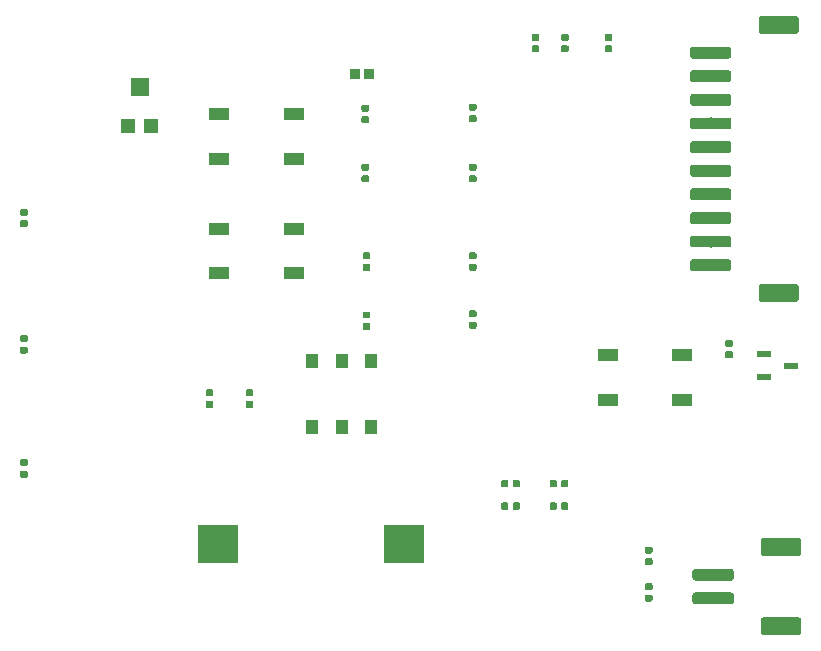
<source format=gbr>
G04 #@! TF.GenerationSoftware,KiCad,Pcbnew,(5.1.2)-2*
G04 #@! TF.CreationDate,2019-10-30T20:43:34-04:00*
G04 #@! TF.ProjectId,Thermostat_Layout,54686572-6d6f-4737-9461-745f4c61796f,rev?*
G04 #@! TF.SameCoordinates,Original*
G04 #@! TF.FileFunction,Paste,Top*
G04 #@! TF.FilePolarity,Positive*
%FSLAX46Y46*%
G04 Gerber Fmt 4.6, Leading zero omitted, Abs format (unit mm)*
G04 Created by KiCad (PCBNEW (5.1.2)-2) date 2019-10-30 20:43:34*
%MOMM*%
%LPD*%
G04 APERTURE LIST*
%ADD10R,1.143000X0.558800*%
%ADD11C,0.100000*%
%ADD12C,1.500000*%
%ADD13C,1.000000*%
%ADD14R,0.998220X1.148080*%
%ADD15R,1.700000X1.000000*%
%ADD16C,0.590000*%
%ADD17R,0.848360X0.899160*%
%ADD18R,1.600000X1.500000*%
%ADD19R,1.200000X1.200000*%
%ADD20R,3.500000X3.300000*%
G04 APERTURE END LIST*
D10*
X182968400Y-98700000D03*
X180631600Y-99665200D03*
X180631600Y-97734800D03*
D11*
G36*
X183574504Y-113301204D02*
G01*
X183598773Y-113304804D01*
X183622571Y-113310765D01*
X183645671Y-113319030D01*
X183667849Y-113329520D01*
X183688893Y-113342133D01*
X183708598Y-113356747D01*
X183726777Y-113373223D01*
X183743253Y-113391402D01*
X183757867Y-113411107D01*
X183770480Y-113432151D01*
X183780970Y-113454329D01*
X183789235Y-113477429D01*
X183795196Y-113501227D01*
X183798796Y-113525496D01*
X183800000Y-113550000D01*
X183800000Y-114550000D01*
X183798796Y-114574504D01*
X183795196Y-114598773D01*
X183789235Y-114622571D01*
X183780970Y-114645671D01*
X183770480Y-114667849D01*
X183757867Y-114688893D01*
X183743253Y-114708598D01*
X183726777Y-114726777D01*
X183708598Y-114743253D01*
X183688893Y-114757867D01*
X183667849Y-114770480D01*
X183645671Y-114780970D01*
X183622571Y-114789235D01*
X183598773Y-114795196D01*
X183574504Y-114798796D01*
X183550000Y-114800000D01*
X180650000Y-114800000D01*
X180625496Y-114798796D01*
X180601227Y-114795196D01*
X180577429Y-114789235D01*
X180554329Y-114780970D01*
X180532151Y-114770480D01*
X180511107Y-114757867D01*
X180491402Y-114743253D01*
X180473223Y-114726777D01*
X180456747Y-114708598D01*
X180442133Y-114688893D01*
X180429520Y-114667849D01*
X180419030Y-114645671D01*
X180410765Y-114622571D01*
X180404804Y-114598773D01*
X180401204Y-114574504D01*
X180400000Y-114550000D01*
X180400000Y-113550000D01*
X180401204Y-113525496D01*
X180404804Y-113501227D01*
X180410765Y-113477429D01*
X180419030Y-113454329D01*
X180429520Y-113432151D01*
X180442133Y-113411107D01*
X180456747Y-113391402D01*
X180473223Y-113373223D01*
X180491402Y-113356747D01*
X180511107Y-113342133D01*
X180532151Y-113329520D01*
X180554329Y-113319030D01*
X180577429Y-113310765D01*
X180601227Y-113304804D01*
X180625496Y-113301204D01*
X180650000Y-113300000D01*
X183550000Y-113300000D01*
X183574504Y-113301204D01*
X183574504Y-113301204D01*
G37*
D12*
X182100000Y-114050000D03*
D11*
G36*
X183574504Y-120001204D02*
G01*
X183598773Y-120004804D01*
X183622571Y-120010765D01*
X183645671Y-120019030D01*
X183667849Y-120029520D01*
X183688893Y-120042133D01*
X183708598Y-120056747D01*
X183726777Y-120073223D01*
X183743253Y-120091402D01*
X183757867Y-120111107D01*
X183770480Y-120132151D01*
X183780970Y-120154329D01*
X183789235Y-120177429D01*
X183795196Y-120201227D01*
X183798796Y-120225496D01*
X183800000Y-120250000D01*
X183800000Y-121250000D01*
X183798796Y-121274504D01*
X183795196Y-121298773D01*
X183789235Y-121322571D01*
X183780970Y-121345671D01*
X183770480Y-121367849D01*
X183757867Y-121388893D01*
X183743253Y-121408598D01*
X183726777Y-121426777D01*
X183708598Y-121443253D01*
X183688893Y-121457867D01*
X183667849Y-121470480D01*
X183645671Y-121480970D01*
X183622571Y-121489235D01*
X183598773Y-121495196D01*
X183574504Y-121498796D01*
X183550000Y-121500000D01*
X180650000Y-121500000D01*
X180625496Y-121498796D01*
X180601227Y-121495196D01*
X180577429Y-121489235D01*
X180554329Y-121480970D01*
X180532151Y-121470480D01*
X180511107Y-121457867D01*
X180491402Y-121443253D01*
X180473223Y-121426777D01*
X180456747Y-121408598D01*
X180442133Y-121388893D01*
X180429520Y-121367849D01*
X180419030Y-121345671D01*
X180410765Y-121322571D01*
X180404804Y-121298773D01*
X180401204Y-121274504D01*
X180400000Y-121250000D01*
X180400000Y-120250000D01*
X180401204Y-120225496D01*
X180404804Y-120201227D01*
X180410765Y-120177429D01*
X180419030Y-120154329D01*
X180429520Y-120132151D01*
X180442133Y-120111107D01*
X180456747Y-120091402D01*
X180473223Y-120073223D01*
X180491402Y-120056747D01*
X180511107Y-120042133D01*
X180532151Y-120029520D01*
X180554329Y-120019030D01*
X180577429Y-120010765D01*
X180601227Y-120004804D01*
X180625496Y-120001204D01*
X180650000Y-120000000D01*
X183550000Y-120000000D01*
X183574504Y-120001204D01*
X183574504Y-120001204D01*
G37*
D12*
X182100000Y-120750000D03*
D11*
G36*
X177874504Y-115901204D02*
G01*
X177898773Y-115904804D01*
X177922571Y-115910765D01*
X177945671Y-115919030D01*
X177967849Y-115929520D01*
X177988893Y-115942133D01*
X178008598Y-115956747D01*
X178026777Y-115973223D01*
X178043253Y-115991402D01*
X178057867Y-116011107D01*
X178070480Y-116032151D01*
X178080970Y-116054329D01*
X178089235Y-116077429D01*
X178095196Y-116101227D01*
X178098796Y-116125496D01*
X178100000Y-116150000D01*
X178100000Y-116650000D01*
X178098796Y-116674504D01*
X178095196Y-116698773D01*
X178089235Y-116722571D01*
X178080970Y-116745671D01*
X178070480Y-116767849D01*
X178057867Y-116788893D01*
X178043253Y-116808598D01*
X178026777Y-116826777D01*
X178008598Y-116843253D01*
X177988893Y-116857867D01*
X177967849Y-116870480D01*
X177945671Y-116880970D01*
X177922571Y-116889235D01*
X177898773Y-116895196D01*
X177874504Y-116898796D01*
X177850000Y-116900000D01*
X174850000Y-116900000D01*
X174825496Y-116898796D01*
X174801227Y-116895196D01*
X174777429Y-116889235D01*
X174754329Y-116880970D01*
X174732151Y-116870480D01*
X174711107Y-116857867D01*
X174691402Y-116843253D01*
X174673223Y-116826777D01*
X174656747Y-116808598D01*
X174642133Y-116788893D01*
X174629520Y-116767849D01*
X174619030Y-116745671D01*
X174610765Y-116722571D01*
X174604804Y-116698773D01*
X174601204Y-116674504D01*
X174600000Y-116650000D01*
X174600000Y-116150000D01*
X174601204Y-116125496D01*
X174604804Y-116101227D01*
X174610765Y-116077429D01*
X174619030Y-116054329D01*
X174629520Y-116032151D01*
X174642133Y-116011107D01*
X174656747Y-115991402D01*
X174673223Y-115973223D01*
X174691402Y-115956747D01*
X174711107Y-115942133D01*
X174732151Y-115929520D01*
X174754329Y-115919030D01*
X174777429Y-115910765D01*
X174801227Y-115904804D01*
X174825496Y-115901204D01*
X174850000Y-115900000D01*
X177850000Y-115900000D01*
X177874504Y-115901204D01*
X177874504Y-115901204D01*
G37*
D13*
X176350000Y-116400000D03*
D11*
G36*
X177874504Y-117901204D02*
G01*
X177898773Y-117904804D01*
X177922571Y-117910765D01*
X177945671Y-117919030D01*
X177967849Y-117929520D01*
X177988893Y-117942133D01*
X178008598Y-117956747D01*
X178026777Y-117973223D01*
X178043253Y-117991402D01*
X178057867Y-118011107D01*
X178070480Y-118032151D01*
X178080970Y-118054329D01*
X178089235Y-118077429D01*
X178095196Y-118101227D01*
X178098796Y-118125496D01*
X178100000Y-118150000D01*
X178100000Y-118650000D01*
X178098796Y-118674504D01*
X178095196Y-118698773D01*
X178089235Y-118722571D01*
X178080970Y-118745671D01*
X178070480Y-118767849D01*
X178057867Y-118788893D01*
X178043253Y-118808598D01*
X178026777Y-118826777D01*
X178008598Y-118843253D01*
X177988893Y-118857867D01*
X177967849Y-118870480D01*
X177945671Y-118880970D01*
X177922571Y-118889235D01*
X177898773Y-118895196D01*
X177874504Y-118898796D01*
X177850000Y-118900000D01*
X174850000Y-118900000D01*
X174825496Y-118898796D01*
X174801227Y-118895196D01*
X174777429Y-118889235D01*
X174754329Y-118880970D01*
X174732151Y-118870480D01*
X174711107Y-118857867D01*
X174691402Y-118843253D01*
X174673223Y-118826777D01*
X174656747Y-118808598D01*
X174642133Y-118788893D01*
X174629520Y-118767849D01*
X174619030Y-118745671D01*
X174610765Y-118722571D01*
X174604804Y-118698773D01*
X174601204Y-118674504D01*
X174600000Y-118650000D01*
X174600000Y-118150000D01*
X174601204Y-118125496D01*
X174604804Y-118101227D01*
X174610765Y-118077429D01*
X174619030Y-118054329D01*
X174629520Y-118032151D01*
X174642133Y-118011107D01*
X174656747Y-117991402D01*
X174673223Y-117973223D01*
X174691402Y-117956747D01*
X174711107Y-117942133D01*
X174732151Y-117929520D01*
X174754329Y-117919030D01*
X174777429Y-117910765D01*
X174801227Y-117904804D01*
X174825496Y-117901204D01*
X174850000Y-117900000D01*
X177850000Y-117900000D01*
X177874504Y-117901204D01*
X177874504Y-117901204D01*
G37*
D13*
X176350000Y-118400000D03*
D11*
G36*
X183374504Y-69101204D02*
G01*
X183398773Y-69104804D01*
X183422571Y-69110765D01*
X183445671Y-69119030D01*
X183467849Y-69129520D01*
X183488893Y-69142133D01*
X183508598Y-69156747D01*
X183526777Y-69173223D01*
X183543253Y-69191402D01*
X183557867Y-69211107D01*
X183570480Y-69232151D01*
X183580970Y-69254329D01*
X183589235Y-69277429D01*
X183595196Y-69301227D01*
X183598796Y-69325496D01*
X183600000Y-69350000D01*
X183600000Y-70350000D01*
X183598796Y-70374504D01*
X183595196Y-70398773D01*
X183589235Y-70422571D01*
X183580970Y-70445671D01*
X183570480Y-70467849D01*
X183557867Y-70488893D01*
X183543253Y-70508598D01*
X183526777Y-70526777D01*
X183508598Y-70543253D01*
X183488893Y-70557867D01*
X183467849Y-70570480D01*
X183445671Y-70580970D01*
X183422571Y-70589235D01*
X183398773Y-70595196D01*
X183374504Y-70598796D01*
X183350000Y-70600000D01*
X180450000Y-70600000D01*
X180425496Y-70598796D01*
X180401227Y-70595196D01*
X180377429Y-70589235D01*
X180354329Y-70580970D01*
X180332151Y-70570480D01*
X180311107Y-70557867D01*
X180291402Y-70543253D01*
X180273223Y-70526777D01*
X180256747Y-70508598D01*
X180242133Y-70488893D01*
X180229520Y-70467849D01*
X180219030Y-70445671D01*
X180210765Y-70422571D01*
X180204804Y-70398773D01*
X180201204Y-70374504D01*
X180200000Y-70350000D01*
X180200000Y-69350000D01*
X180201204Y-69325496D01*
X180204804Y-69301227D01*
X180210765Y-69277429D01*
X180219030Y-69254329D01*
X180229520Y-69232151D01*
X180242133Y-69211107D01*
X180256747Y-69191402D01*
X180273223Y-69173223D01*
X180291402Y-69156747D01*
X180311107Y-69142133D01*
X180332151Y-69129520D01*
X180354329Y-69119030D01*
X180377429Y-69110765D01*
X180401227Y-69104804D01*
X180425496Y-69101204D01*
X180450000Y-69100000D01*
X183350000Y-69100000D01*
X183374504Y-69101204D01*
X183374504Y-69101204D01*
G37*
D12*
X181900000Y-69850000D03*
D11*
G36*
X183374504Y-91801204D02*
G01*
X183398773Y-91804804D01*
X183422571Y-91810765D01*
X183445671Y-91819030D01*
X183467849Y-91829520D01*
X183488893Y-91842133D01*
X183508598Y-91856747D01*
X183526777Y-91873223D01*
X183543253Y-91891402D01*
X183557867Y-91911107D01*
X183570480Y-91932151D01*
X183580970Y-91954329D01*
X183589235Y-91977429D01*
X183595196Y-92001227D01*
X183598796Y-92025496D01*
X183600000Y-92050000D01*
X183600000Y-93050000D01*
X183598796Y-93074504D01*
X183595196Y-93098773D01*
X183589235Y-93122571D01*
X183580970Y-93145671D01*
X183570480Y-93167849D01*
X183557867Y-93188893D01*
X183543253Y-93208598D01*
X183526777Y-93226777D01*
X183508598Y-93243253D01*
X183488893Y-93257867D01*
X183467849Y-93270480D01*
X183445671Y-93280970D01*
X183422571Y-93289235D01*
X183398773Y-93295196D01*
X183374504Y-93298796D01*
X183350000Y-93300000D01*
X180450000Y-93300000D01*
X180425496Y-93298796D01*
X180401227Y-93295196D01*
X180377429Y-93289235D01*
X180354329Y-93280970D01*
X180332151Y-93270480D01*
X180311107Y-93257867D01*
X180291402Y-93243253D01*
X180273223Y-93226777D01*
X180256747Y-93208598D01*
X180242133Y-93188893D01*
X180229520Y-93167849D01*
X180219030Y-93145671D01*
X180210765Y-93122571D01*
X180204804Y-93098773D01*
X180201204Y-93074504D01*
X180200000Y-93050000D01*
X180200000Y-92050000D01*
X180201204Y-92025496D01*
X180204804Y-92001227D01*
X180210765Y-91977429D01*
X180219030Y-91954329D01*
X180229520Y-91932151D01*
X180242133Y-91911107D01*
X180256747Y-91891402D01*
X180273223Y-91873223D01*
X180291402Y-91856747D01*
X180311107Y-91842133D01*
X180332151Y-91829520D01*
X180354329Y-91819030D01*
X180377429Y-91810765D01*
X180401227Y-91804804D01*
X180425496Y-91801204D01*
X180450000Y-91800000D01*
X183350000Y-91800000D01*
X183374504Y-91801204D01*
X183374504Y-91801204D01*
G37*
D12*
X181900000Y-92550000D03*
D11*
G36*
X177674504Y-71701204D02*
G01*
X177698773Y-71704804D01*
X177722571Y-71710765D01*
X177745671Y-71719030D01*
X177767849Y-71729520D01*
X177788893Y-71742133D01*
X177808598Y-71756747D01*
X177826777Y-71773223D01*
X177843253Y-71791402D01*
X177857867Y-71811107D01*
X177870480Y-71832151D01*
X177880970Y-71854329D01*
X177889235Y-71877429D01*
X177895196Y-71901227D01*
X177898796Y-71925496D01*
X177900000Y-71950000D01*
X177900000Y-72450000D01*
X177898796Y-72474504D01*
X177895196Y-72498773D01*
X177889235Y-72522571D01*
X177880970Y-72545671D01*
X177870480Y-72567849D01*
X177857867Y-72588893D01*
X177843253Y-72608598D01*
X177826777Y-72626777D01*
X177808598Y-72643253D01*
X177788893Y-72657867D01*
X177767849Y-72670480D01*
X177745671Y-72680970D01*
X177722571Y-72689235D01*
X177698773Y-72695196D01*
X177674504Y-72698796D01*
X177650000Y-72700000D01*
X174650000Y-72700000D01*
X174625496Y-72698796D01*
X174601227Y-72695196D01*
X174577429Y-72689235D01*
X174554329Y-72680970D01*
X174532151Y-72670480D01*
X174511107Y-72657867D01*
X174491402Y-72643253D01*
X174473223Y-72626777D01*
X174456747Y-72608598D01*
X174442133Y-72588893D01*
X174429520Y-72567849D01*
X174419030Y-72545671D01*
X174410765Y-72522571D01*
X174404804Y-72498773D01*
X174401204Y-72474504D01*
X174400000Y-72450000D01*
X174400000Y-71950000D01*
X174401204Y-71925496D01*
X174404804Y-71901227D01*
X174410765Y-71877429D01*
X174419030Y-71854329D01*
X174429520Y-71832151D01*
X174442133Y-71811107D01*
X174456747Y-71791402D01*
X174473223Y-71773223D01*
X174491402Y-71756747D01*
X174511107Y-71742133D01*
X174532151Y-71729520D01*
X174554329Y-71719030D01*
X174577429Y-71710765D01*
X174601227Y-71704804D01*
X174625496Y-71701204D01*
X174650000Y-71700000D01*
X177650000Y-71700000D01*
X177674504Y-71701204D01*
X177674504Y-71701204D01*
G37*
D13*
X176150000Y-72200000D03*
D11*
G36*
X177674504Y-73701204D02*
G01*
X177698773Y-73704804D01*
X177722571Y-73710765D01*
X177745671Y-73719030D01*
X177767849Y-73729520D01*
X177788893Y-73742133D01*
X177808598Y-73756747D01*
X177826777Y-73773223D01*
X177843253Y-73791402D01*
X177857867Y-73811107D01*
X177870480Y-73832151D01*
X177880970Y-73854329D01*
X177889235Y-73877429D01*
X177895196Y-73901227D01*
X177898796Y-73925496D01*
X177900000Y-73950000D01*
X177900000Y-74450000D01*
X177898796Y-74474504D01*
X177895196Y-74498773D01*
X177889235Y-74522571D01*
X177880970Y-74545671D01*
X177870480Y-74567849D01*
X177857867Y-74588893D01*
X177843253Y-74608598D01*
X177826777Y-74626777D01*
X177808598Y-74643253D01*
X177788893Y-74657867D01*
X177767849Y-74670480D01*
X177745671Y-74680970D01*
X177722571Y-74689235D01*
X177698773Y-74695196D01*
X177674504Y-74698796D01*
X177650000Y-74700000D01*
X174650000Y-74700000D01*
X174625496Y-74698796D01*
X174601227Y-74695196D01*
X174577429Y-74689235D01*
X174554329Y-74680970D01*
X174532151Y-74670480D01*
X174511107Y-74657867D01*
X174491402Y-74643253D01*
X174473223Y-74626777D01*
X174456747Y-74608598D01*
X174442133Y-74588893D01*
X174429520Y-74567849D01*
X174419030Y-74545671D01*
X174410765Y-74522571D01*
X174404804Y-74498773D01*
X174401204Y-74474504D01*
X174400000Y-74450000D01*
X174400000Y-73950000D01*
X174401204Y-73925496D01*
X174404804Y-73901227D01*
X174410765Y-73877429D01*
X174419030Y-73854329D01*
X174429520Y-73832151D01*
X174442133Y-73811107D01*
X174456747Y-73791402D01*
X174473223Y-73773223D01*
X174491402Y-73756747D01*
X174511107Y-73742133D01*
X174532151Y-73729520D01*
X174554329Y-73719030D01*
X174577429Y-73710765D01*
X174601227Y-73704804D01*
X174625496Y-73701204D01*
X174650000Y-73700000D01*
X177650000Y-73700000D01*
X177674504Y-73701204D01*
X177674504Y-73701204D01*
G37*
D13*
X176150000Y-74200000D03*
D11*
G36*
X177674504Y-75701204D02*
G01*
X177698773Y-75704804D01*
X177722571Y-75710765D01*
X177745671Y-75719030D01*
X177767849Y-75729520D01*
X177788893Y-75742133D01*
X177808598Y-75756747D01*
X177826777Y-75773223D01*
X177843253Y-75791402D01*
X177857867Y-75811107D01*
X177870480Y-75832151D01*
X177880970Y-75854329D01*
X177889235Y-75877429D01*
X177895196Y-75901227D01*
X177898796Y-75925496D01*
X177900000Y-75950000D01*
X177900000Y-76450000D01*
X177898796Y-76474504D01*
X177895196Y-76498773D01*
X177889235Y-76522571D01*
X177880970Y-76545671D01*
X177870480Y-76567849D01*
X177857867Y-76588893D01*
X177843253Y-76608598D01*
X177826777Y-76626777D01*
X177808598Y-76643253D01*
X177788893Y-76657867D01*
X177767849Y-76670480D01*
X177745671Y-76680970D01*
X177722571Y-76689235D01*
X177698773Y-76695196D01*
X177674504Y-76698796D01*
X177650000Y-76700000D01*
X174650000Y-76700000D01*
X174625496Y-76698796D01*
X174601227Y-76695196D01*
X174577429Y-76689235D01*
X174554329Y-76680970D01*
X174532151Y-76670480D01*
X174511107Y-76657867D01*
X174491402Y-76643253D01*
X174473223Y-76626777D01*
X174456747Y-76608598D01*
X174442133Y-76588893D01*
X174429520Y-76567849D01*
X174419030Y-76545671D01*
X174410765Y-76522571D01*
X174404804Y-76498773D01*
X174401204Y-76474504D01*
X174400000Y-76450000D01*
X174400000Y-75950000D01*
X174401204Y-75925496D01*
X174404804Y-75901227D01*
X174410765Y-75877429D01*
X174419030Y-75854329D01*
X174429520Y-75832151D01*
X174442133Y-75811107D01*
X174456747Y-75791402D01*
X174473223Y-75773223D01*
X174491402Y-75756747D01*
X174511107Y-75742133D01*
X174532151Y-75729520D01*
X174554329Y-75719030D01*
X174577429Y-75710765D01*
X174601227Y-75704804D01*
X174625496Y-75701204D01*
X174650000Y-75700000D01*
X177650000Y-75700000D01*
X177674504Y-75701204D01*
X177674504Y-75701204D01*
G37*
D13*
X176150000Y-76200000D03*
D11*
G36*
X177674504Y-77701204D02*
G01*
X177698773Y-77704804D01*
X177722571Y-77710765D01*
X177745671Y-77719030D01*
X177767849Y-77729520D01*
X177788893Y-77742133D01*
X177808598Y-77756747D01*
X177826777Y-77773223D01*
X177843253Y-77791402D01*
X177857867Y-77811107D01*
X177870480Y-77832151D01*
X177880970Y-77854329D01*
X177889235Y-77877429D01*
X177895196Y-77901227D01*
X177898796Y-77925496D01*
X177900000Y-77950000D01*
X177900000Y-78450000D01*
X177898796Y-78474504D01*
X177895196Y-78498773D01*
X177889235Y-78522571D01*
X177880970Y-78545671D01*
X177870480Y-78567849D01*
X177857867Y-78588893D01*
X177843253Y-78608598D01*
X177826777Y-78626777D01*
X177808598Y-78643253D01*
X177788893Y-78657867D01*
X177767849Y-78670480D01*
X177745671Y-78680970D01*
X177722571Y-78689235D01*
X177698773Y-78695196D01*
X177674504Y-78698796D01*
X177650000Y-78700000D01*
X174650000Y-78700000D01*
X174625496Y-78698796D01*
X174601227Y-78695196D01*
X174577429Y-78689235D01*
X174554329Y-78680970D01*
X174532151Y-78670480D01*
X174511107Y-78657867D01*
X174491402Y-78643253D01*
X174473223Y-78626777D01*
X174456747Y-78608598D01*
X174442133Y-78588893D01*
X174429520Y-78567849D01*
X174419030Y-78545671D01*
X174410765Y-78522571D01*
X174404804Y-78498773D01*
X174401204Y-78474504D01*
X174400000Y-78450000D01*
X174400000Y-77950000D01*
X174401204Y-77925496D01*
X174404804Y-77901227D01*
X174410765Y-77877429D01*
X174419030Y-77854329D01*
X174429520Y-77832151D01*
X174442133Y-77811107D01*
X174456747Y-77791402D01*
X174473223Y-77773223D01*
X174491402Y-77756747D01*
X174511107Y-77742133D01*
X174532151Y-77729520D01*
X174554329Y-77719030D01*
X174577429Y-77710765D01*
X174601227Y-77704804D01*
X174625496Y-77701204D01*
X174650000Y-77700000D01*
X177650000Y-77700000D01*
X177674504Y-77701204D01*
X177674504Y-77701204D01*
G37*
D13*
X176150000Y-78200000D03*
D11*
G36*
X177674504Y-79701204D02*
G01*
X177698773Y-79704804D01*
X177722571Y-79710765D01*
X177745671Y-79719030D01*
X177767849Y-79729520D01*
X177788893Y-79742133D01*
X177808598Y-79756747D01*
X177826777Y-79773223D01*
X177843253Y-79791402D01*
X177857867Y-79811107D01*
X177870480Y-79832151D01*
X177880970Y-79854329D01*
X177889235Y-79877429D01*
X177895196Y-79901227D01*
X177898796Y-79925496D01*
X177900000Y-79950000D01*
X177900000Y-80450000D01*
X177898796Y-80474504D01*
X177895196Y-80498773D01*
X177889235Y-80522571D01*
X177880970Y-80545671D01*
X177870480Y-80567849D01*
X177857867Y-80588893D01*
X177843253Y-80608598D01*
X177826777Y-80626777D01*
X177808598Y-80643253D01*
X177788893Y-80657867D01*
X177767849Y-80670480D01*
X177745671Y-80680970D01*
X177722571Y-80689235D01*
X177698773Y-80695196D01*
X177674504Y-80698796D01*
X177650000Y-80700000D01*
X174650000Y-80700000D01*
X174625496Y-80698796D01*
X174601227Y-80695196D01*
X174577429Y-80689235D01*
X174554329Y-80680970D01*
X174532151Y-80670480D01*
X174511107Y-80657867D01*
X174491402Y-80643253D01*
X174473223Y-80626777D01*
X174456747Y-80608598D01*
X174442133Y-80588893D01*
X174429520Y-80567849D01*
X174419030Y-80545671D01*
X174410765Y-80522571D01*
X174404804Y-80498773D01*
X174401204Y-80474504D01*
X174400000Y-80450000D01*
X174400000Y-79950000D01*
X174401204Y-79925496D01*
X174404804Y-79901227D01*
X174410765Y-79877429D01*
X174419030Y-79854329D01*
X174429520Y-79832151D01*
X174442133Y-79811107D01*
X174456747Y-79791402D01*
X174473223Y-79773223D01*
X174491402Y-79756747D01*
X174511107Y-79742133D01*
X174532151Y-79729520D01*
X174554329Y-79719030D01*
X174577429Y-79710765D01*
X174601227Y-79704804D01*
X174625496Y-79701204D01*
X174650000Y-79700000D01*
X177650000Y-79700000D01*
X177674504Y-79701204D01*
X177674504Y-79701204D01*
G37*
D13*
X176150000Y-80200000D03*
D11*
G36*
X177674504Y-81701204D02*
G01*
X177698773Y-81704804D01*
X177722571Y-81710765D01*
X177745671Y-81719030D01*
X177767849Y-81729520D01*
X177788893Y-81742133D01*
X177808598Y-81756747D01*
X177826777Y-81773223D01*
X177843253Y-81791402D01*
X177857867Y-81811107D01*
X177870480Y-81832151D01*
X177880970Y-81854329D01*
X177889235Y-81877429D01*
X177895196Y-81901227D01*
X177898796Y-81925496D01*
X177900000Y-81950000D01*
X177900000Y-82450000D01*
X177898796Y-82474504D01*
X177895196Y-82498773D01*
X177889235Y-82522571D01*
X177880970Y-82545671D01*
X177870480Y-82567849D01*
X177857867Y-82588893D01*
X177843253Y-82608598D01*
X177826777Y-82626777D01*
X177808598Y-82643253D01*
X177788893Y-82657867D01*
X177767849Y-82670480D01*
X177745671Y-82680970D01*
X177722571Y-82689235D01*
X177698773Y-82695196D01*
X177674504Y-82698796D01*
X177650000Y-82700000D01*
X174650000Y-82700000D01*
X174625496Y-82698796D01*
X174601227Y-82695196D01*
X174577429Y-82689235D01*
X174554329Y-82680970D01*
X174532151Y-82670480D01*
X174511107Y-82657867D01*
X174491402Y-82643253D01*
X174473223Y-82626777D01*
X174456747Y-82608598D01*
X174442133Y-82588893D01*
X174429520Y-82567849D01*
X174419030Y-82545671D01*
X174410765Y-82522571D01*
X174404804Y-82498773D01*
X174401204Y-82474504D01*
X174400000Y-82450000D01*
X174400000Y-81950000D01*
X174401204Y-81925496D01*
X174404804Y-81901227D01*
X174410765Y-81877429D01*
X174419030Y-81854329D01*
X174429520Y-81832151D01*
X174442133Y-81811107D01*
X174456747Y-81791402D01*
X174473223Y-81773223D01*
X174491402Y-81756747D01*
X174511107Y-81742133D01*
X174532151Y-81729520D01*
X174554329Y-81719030D01*
X174577429Y-81710765D01*
X174601227Y-81704804D01*
X174625496Y-81701204D01*
X174650000Y-81700000D01*
X177650000Y-81700000D01*
X177674504Y-81701204D01*
X177674504Y-81701204D01*
G37*
D13*
X176150000Y-82200000D03*
D11*
G36*
X177674504Y-83701204D02*
G01*
X177698773Y-83704804D01*
X177722571Y-83710765D01*
X177745671Y-83719030D01*
X177767849Y-83729520D01*
X177788893Y-83742133D01*
X177808598Y-83756747D01*
X177826777Y-83773223D01*
X177843253Y-83791402D01*
X177857867Y-83811107D01*
X177870480Y-83832151D01*
X177880970Y-83854329D01*
X177889235Y-83877429D01*
X177895196Y-83901227D01*
X177898796Y-83925496D01*
X177900000Y-83950000D01*
X177900000Y-84450000D01*
X177898796Y-84474504D01*
X177895196Y-84498773D01*
X177889235Y-84522571D01*
X177880970Y-84545671D01*
X177870480Y-84567849D01*
X177857867Y-84588893D01*
X177843253Y-84608598D01*
X177826777Y-84626777D01*
X177808598Y-84643253D01*
X177788893Y-84657867D01*
X177767849Y-84670480D01*
X177745671Y-84680970D01*
X177722571Y-84689235D01*
X177698773Y-84695196D01*
X177674504Y-84698796D01*
X177650000Y-84700000D01*
X174650000Y-84700000D01*
X174625496Y-84698796D01*
X174601227Y-84695196D01*
X174577429Y-84689235D01*
X174554329Y-84680970D01*
X174532151Y-84670480D01*
X174511107Y-84657867D01*
X174491402Y-84643253D01*
X174473223Y-84626777D01*
X174456747Y-84608598D01*
X174442133Y-84588893D01*
X174429520Y-84567849D01*
X174419030Y-84545671D01*
X174410765Y-84522571D01*
X174404804Y-84498773D01*
X174401204Y-84474504D01*
X174400000Y-84450000D01*
X174400000Y-83950000D01*
X174401204Y-83925496D01*
X174404804Y-83901227D01*
X174410765Y-83877429D01*
X174419030Y-83854329D01*
X174429520Y-83832151D01*
X174442133Y-83811107D01*
X174456747Y-83791402D01*
X174473223Y-83773223D01*
X174491402Y-83756747D01*
X174511107Y-83742133D01*
X174532151Y-83729520D01*
X174554329Y-83719030D01*
X174577429Y-83710765D01*
X174601227Y-83704804D01*
X174625496Y-83701204D01*
X174650000Y-83700000D01*
X177650000Y-83700000D01*
X177674504Y-83701204D01*
X177674504Y-83701204D01*
G37*
D13*
X176150000Y-84200000D03*
D11*
G36*
X177674504Y-85701204D02*
G01*
X177698773Y-85704804D01*
X177722571Y-85710765D01*
X177745671Y-85719030D01*
X177767849Y-85729520D01*
X177788893Y-85742133D01*
X177808598Y-85756747D01*
X177826777Y-85773223D01*
X177843253Y-85791402D01*
X177857867Y-85811107D01*
X177870480Y-85832151D01*
X177880970Y-85854329D01*
X177889235Y-85877429D01*
X177895196Y-85901227D01*
X177898796Y-85925496D01*
X177900000Y-85950000D01*
X177900000Y-86450000D01*
X177898796Y-86474504D01*
X177895196Y-86498773D01*
X177889235Y-86522571D01*
X177880970Y-86545671D01*
X177870480Y-86567849D01*
X177857867Y-86588893D01*
X177843253Y-86608598D01*
X177826777Y-86626777D01*
X177808598Y-86643253D01*
X177788893Y-86657867D01*
X177767849Y-86670480D01*
X177745671Y-86680970D01*
X177722571Y-86689235D01*
X177698773Y-86695196D01*
X177674504Y-86698796D01*
X177650000Y-86700000D01*
X174650000Y-86700000D01*
X174625496Y-86698796D01*
X174601227Y-86695196D01*
X174577429Y-86689235D01*
X174554329Y-86680970D01*
X174532151Y-86670480D01*
X174511107Y-86657867D01*
X174491402Y-86643253D01*
X174473223Y-86626777D01*
X174456747Y-86608598D01*
X174442133Y-86588893D01*
X174429520Y-86567849D01*
X174419030Y-86545671D01*
X174410765Y-86522571D01*
X174404804Y-86498773D01*
X174401204Y-86474504D01*
X174400000Y-86450000D01*
X174400000Y-85950000D01*
X174401204Y-85925496D01*
X174404804Y-85901227D01*
X174410765Y-85877429D01*
X174419030Y-85854329D01*
X174429520Y-85832151D01*
X174442133Y-85811107D01*
X174456747Y-85791402D01*
X174473223Y-85773223D01*
X174491402Y-85756747D01*
X174511107Y-85742133D01*
X174532151Y-85729520D01*
X174554329Y-85719030D01*
X174577429Y-85710765D01*
X174601227Y-85704804D01*
X174625496Y-85701204D01*
X174650000Y-85700000D01*
X177650000Y-85700000D01*
X177674504Y-85701204D01*
X177674504Y-85701204D01*
G37*
D13*
X176150000Y-86200000D03*
D11*
G36*
X177674504Y-87701204D02*
G01*
X177698773Y-87704804D01*
X177722571Y-87710765D01*
X177745671Y-87719030D01*
X177767849Y-87729520D01*
X177788893Y-87742133D01*
X177808598Y-87756747D01*
X177826777Y-87773223D01*
X177843253Y-87791402D01*
X177857867Y-87811107D01*
X177870480Y-87832151D01*
X177880970Y-87854329D01*
X177889235Y-87877429D01*
X177895196Y-87901227D01*
X177898796Y-87925496D01*
X177900000Y-87950000D01*
X177900000Y-88450000D01*
X177898796Y-88474504D01*
X177895196Y-88498773D01*
X177889235Y-88522571D01*
X177880970Y-88545671D01*
X177870480Y-88567849D01*
X177857867Y-88588893D01*
X177843253Y-88608598D01*
X177826777Y-88626777D01*
X177808598Y-88643253D01*
X177788893Y-88657867D01*
X177767849Y-88670480D01*
X177745671Y-88680970D01*
X177722571Y-88689235D01*
X177698773Y-88695196D01*
X177674504Y-88698796D01*
X177650000Y-88700000D01*
X174650000Y-88700000D01*
X174625496Y-88698796D01*
X174601227Y-88695196D01*
X174577429Y-88689235D01*
X174554329Y-88680970D01*
X174532151Y-88670480D01*
X174511107Y-88657867D01*
X174491402Y-88643253D01*
X174473223Y-88626777D01*
X174456747Y-88608598D01*
X174442133Y-88588893D01*
X174429520Y-88567849D01*
X174419030Y-88545671D01*
X174410765Y-88522571D01*
X174404804Y-88498773D01*
X174401204Y-88474504D01*
X174400000Y-88450000D01*
X174400000Y-87950000D01*
X174401204Y-87925496D01*
X174404804Y-87901227D01*
X174410765Y-87877429D01*
X174419030Y-87854329D01*
X174429520Y-87832151D01*
X174442133Y-87811107D01*
X174456747Y-87791402D01*
X174473223Y-87773223D01*
X174491402Y-87756747D01*
X174511107Y-87742133D01*
X174532151Y-87729520D01*
X174554329Y-87719030D01*
X174577429Y-87710765D01*
X174601227Y-87704804D01*
X174625496Y-87701204D01*
X174650000Y-87700000D01*
X177650000Y-87700000D01*
X177674504Y-87701204D01*
X177674504Y-87701204D01*
G37*
D13*
X176150000Y-88200000D03*
D11*
G36*
X177674504Y-89701204D02*
G01*
X177698773Y-89704804D01*
X177722571Y-89710765D01*
X177745671Y-89719030D01*
X177767849Y-89729520D01*
X177788893Y-89742133D01*
X177808598Y-89756747D01*
X177826777Y-89773223D01*
X177843253Y-89791402D01*
X177857867Y-89811107D01*
X177870480Y-89832151D01*
X177880970Y-89854329D01*
X177889235Y-89877429D01*
X177895196Y-89901227D01*
X177898796Y-89925496D01*
X177900000Y-89950000D01*
X177900000Y-90450000D01*
X177898796Y-90474504D01*
X177895196Y-90498773D01*
X177889235Y-90522571D01*
X177880970Y-90545671D01*
X177870480Y-90567849D01*
X177857867Y-90588893D01*
X177843253Y-90608598D01*
X177826777Y-90626777D01*
X177808598Y-90643253D01*
X177788893Y-90657867D01*
X177767849Y-90670480D01*
X177745671Y-90680970D01*
X177722571Y-90689235D01*
X177698773Y-90695196D01*
X177674504Y-90698796D01*
X177650000Y-90700000D01*
X174650000Y-90700000D01*
X174625496Y-90698796D01*
X174601227Y-90695196D01*
X174577429Y-90689235D01*
X174554329Y-90680970D01*
X174532151Y-90670480D01*
X174511107Y-90657867D01*
X174491402Y-90643253D01*
X174473223Y-90626777D01*
X174456747Y-90608598D01*
X174442133Y-90588893D01*
X174429520Y-90567849D01*
X174419030Y-90545671D01*
X174410765Y-90522571D01*
X174404804Y-90498773D01*
X174401204Y-90474504D01*
X174400000Y-90450000D01*
X174400000Y-89950000D01*
X174401204Y-89925496D01*
X174404804Y-89901227D01*
X174410765Y-89877429D01*
X174419030Y-89854329D01*
X174429520Y-89832151D01*
X174442133Y-89811107D01*
X174456747Y-89791402D01*
X174473223Y-89773223D01*
X174491402Y-89756747D01*
X174511107Y-89742133D01*
X174532151Y-89729520D01*
X174554329Y-89719030D01*
X174577429Y-89710765D01*
X174601227Y-89704804D01*
X174625496Y-89701204D01*
X174650000Y-89700000D01*
X177650000Y-89700000D01*
X177674504Y-89701204D01*
X177674504Y-89701204D01*
G37*
D13*
X176150000Y-90200000D03*
D14*
X142400640Y-98275520D03*
X144900000Y-98275520D03*
X147399360Y-98275520D03*
X142400640Y-103924480D03*
X144900000Y-103924480D03*
X147399360Y-103924480D03*
D15*
X134550000Y-87100000D03*
X140850000Y-87100000D03*
X134550000Y-90900000D03*
X140850000Y-90900000D03*
X134550000Y-77400000D03*
X140850000Y-77400000D03*
X134550000Y-81200000D03*
X140850000Y-81200000D03*
D11*
G36*
X147186958Y-95090710D02*
G01*
X147201276Y-95092834D01*
X147215317Y-95096351D01*
X147228946Y-95101228D01*
X147242031Y-95107417D01*
X147254447Y-95114858D01*
X147266073Y-95123481D01*
X147276798Y-95133202D01*
X147286519Y-95143927D01*
X147295142Y-95155553D01*
X147302583Y-95167969D01*
X147308772Y-95181054D01*
X147313649Y-95194683D01*
X147317166Y-95208724D01*
X147319290Y-95223042D01*
X147320000Y-95237500D01*
X147320000Y-95532500D01*
X147319290Y-95546958D01*
X147317166Y-95561276D01*
X147313649Y-95575317D01*
X147308772Y-95588946D01*
X147302583Y-95602031D01*
X147295142Y-95614447D01*
X147286519Y-95626073D01*
X147276798Y-95636798D01*
X147266073Y-95646519D01*
X147254447Y-95655142D01*
X147242031Y-95662583D01*
X147228946Y-95668772D01*
X147215317Y-95673649D01*
X147201276Y-95677166D01*
X147186958Y-95679290D01*
X147172500Y-95680000D01*
X146827500Y-95680000D01*
X146813042Y-95679290D01*
X146798724Y-95677166D01*
X146784683Y-95673649D01*
X146771054Y-95668772D01*
X146757969Y-95662583D01*
X146745553Y-95655142D01*
X146733927Y-95646519D01*
X146723202Y-95636798D01*
X146713481Y-95626073D01*
X146704858Y-95614447D01*
X146697417Y-95602031D01*
X146691228Y-95588946D01*
X146686351Y-95575317D01*
X146682834Y-95561276D01*
X146680710Y-95546958D01*
X146680000Y-95532500D01*
X146680000Y-95237500D01*
X146680710Y-95223042D01*
X146682834Y-95208724D01*
X146686351Y-95194683D01*
X146691228Y-95181054D01*
X146697417Y-95167969D01*
X146704858Y-95155553D01*
X146713481Y-95143927D01*
X146723202Y-95133202D01*
X146733927Y-95123481D01*
X146745553Y-95114858D01*
X146757969Y-95107417D01*
X146771054Y-95101228D01*
X146784683Y-95096351D01*
X146798724Y-95092834D01*
X146813042Y-95090710D01*
X146827500Y-95090000D01*
X147172500Y-95090000D01*
X147186958Y-95090710D01*
X147186958Y-95090710D01*
G37*
D16*
X147000000Y-95385000D03*
D11*
G36*
X147186958Y-94120710D02*
G01*
X147201276Y-94122834D01*
X147215317Y-94126351D01*
X147228946Y-94131228D01*
X147242031Y-94137417D01*
X147254447Y-94144858D01*
X147266073Y-94153481D01*
X147276798Y-94163202D01*
X147286519Y-94173927D01*
X147295142Y-94185553D01*
X147302583Y-94197969D01*
X147308772Y-94211054D01*
X147313649Y-94224683D01*
X147317166Y-94238724D01*
X147319290Y-94253042D01*
X147320000Y-94267500D01*
X147320000Y-94562500D01*
X147319290Y-94576958D01*
X147317166Y-94591276D01*
X147313649Y-94605317D01*
X147308772Y-94618946D01*
X147302583Y-94632031D01*
X147295142Y-94644447D01*
X147286519Y-94656073D01*
X147276798Y-94666798D01*
X147266073Y-94676519D01*
X147254447Y-94685142D01*
X147242031Y-94692583D01*
X147228946Y-94698772D01*
X147215317Y-94703649D01*
X147201276Y-94707166D01*
X147186958Y-94709290D01*
X147172500Y-94710000D01*
X146827500Y-94710000D01*
X146813042Y-94709290D01*
X146798724Y-94707166D01*
X146784683Y-94703649D01*
X146771054Y-94698772D01*
X146757969Y-94692583D01*
X146745553Y-94685142D01*
X146733927Y-94676519D01*
X146723202Y-94666798D01*
X146713481Y-94656073D01*
X146704858Y-94644447D01*
X146697417Y-94632031D01*
X146691228Y-94618946D01*
X146686351Y-94605317D01*
X146682834Y-94591276D01*
X146680710Y-94576958D01*
X146680000Y-94562500D01*
X146680000Y-94267500D01*
X146680710Y-94253042D01*
X146682834Y-94238724D01*
X146686351Y-94224683D01*
X146691228Y-94211054D01*
X146697417Y-94197969D01*
X146704858Y-94185553D01*
X146713481Y-94173927D01*
X146723202Y-94163202D01*
X146733927Y-94153481D01*
X146745553Y-94144858D01*
X146757969Y-94137417D01*
X146771054Y-94131228D01*
X146784683Y-94126351D01*
X146798724Y-94122834D01*
X146813042Y-94120710D01*
X146827500Y-94120000D01*
X147172500Y-94120000D01*
X147186958Y-94120710D01*
X147186958Y-94120710D01*
G37*
D16*
X147000000Y-94415000D03*
D11*
G36*
X147186958Y-90090710D02*
G01*
X147201276Y-90092834D01*
X147215317Y-90096351D01*
X147228946Y-90101228D01*
X147242031Y-90107417D01*
X147254447Y-90114858D01*
X147266073Y-90123481D01*
X147276798Y-90133202D01*
X147286519Y-90143927D01*
X147295142Y-90155553D01*
X147302583Y-90167969D01*
X147308772Y-90181054D01*
X147313649Y-90194683D01*
X147317166Y-90208724D01*
X147319290Y-90223042D01*
X147320000Y-90237500D01*
X147320000Y-90532500D01*
X147319290Y-90546958D01*
X147317166Y-90561276D01*
X147313649Y-90575317D01*
X147308772Y-90588946D01*
X147302583Y-90602031D01*
X147295142Y-90614447D01*
X147286519Y-90626073D01*
X147276798Y-90636798D01*
X147266073Y-90646519D01*
X147254447Y-90655142D01*
X147242031Y-90662583D01*
X147228946Y-90668772D01*
X147215317Y-90673649D01*
X147201276Y-90677166D01*
X147186958Y-90679290D01*
X147172500Y-90680000D01*
X146827500Y-90680000D01*
X146813042Y-90679290D01*
X146798724Y-90677166D01*
X146784683Y-90673649D01*
X146771054Y-90668772D01*
X146757969Y-90662583D01*
X146745553Y-90655142D01*
X146733927Y-90646519D01*
X146723202Y-90636798D01*
X146713481Y-90626073D01*
X146704858Y-90614447D01*
X146697417Y-90602031D01*
X146691228Y-90588946D01*
X146686351Y-90575317D01*
X146682834Y-90561276D01*
X146680710Y-90546958D01*
X146680000Y-90532500D01*
X146680000Y-90237500D01*
X146680710Y-90223042D01*
X146682834Y-90208724D01*
X146686351Y-90194683D01*
X146691228Y-90181054D01*
X146697417Y-90167969D01*
X146704858Y-90155553D01*
X146713481Y-90143927D01*
X146723202Y-90133202D01*
X146733927Y-90123481D01*
X146745553Y-90114858D01*
X146757969Y-90107417D01*
X146771054Y-90101228D01*
X146784683Y-90096351D01*
X146798724Y-90092834D01*
X146813042Y-90090710D01*
X146827500Y-90090000D01*
X147172500Y-90090000D01*
X147186958Y-90090710D01*
X147186958Y-90090710D01*
G37*
D16*
X147000000Y-90385000D03*
D11*
G36*
X147186958Y-89120710D02*
G01*
X147201276Y-89122834D01*
X147215317Y-89126351D01*
X147228946Y-89131228D01*
X147242031Y-89137417D01*
X147254447Y-89144858D01*
X147266073Y-89153481D01*
X147276798Y-89163202D01*
X147286519Y-89173927D01*
X147295142Y-89185553D01*
X147302583Y-89197969D01*
X147308772Y-89211054D01*
X147313649Y-89224683D01*
X147317166Y-89238724D01*
X147319290Y-89253042D01*
X147320000Y-89267500D01*
X147320000Y-89562500D01*
X147319290Y-89576958D01*
X147317166Y-89591276D01*
X147313649Y-89605317D01*
X147308772Y-89618946D01*
X147302583Y-89632031D01*
X147295142Y-89644447D01*
X147286519Y-89656073D01*
X147276798Y-89666798D01*
X147266073Y-89676519D01*
X147254447Y-89685142D01*
X147242031Y-89692583D01*
X147228946Y-89698772D01*
X147215317Y-89703649D01*
X147201276Y-89707166D01*
X147186958Y-89709290D01*
X147172500Y-89710000D01*
X146827500Y-89710000D01*
X146813042Y-89709290D01*
X146798724Y-89707166D01*
X146784683Y-89703649D01*
X146771054Y-89698772D01*
X146757969Y-89692583D01*
X146745553Y-89685142D01*
X146733927Y-89676519D01*
X146723202Y-89666798D01*
X146713481Y-89656073D01*
X146704858Y-89644447D01*
X146697417Y-89632031D01*
X146691228Y-89618946D01*
X146686351Y-89605317D01*
X146682834Y-89591276D01*
X146680710Y-89576958D01*
X146680000Y-89562500D01*
X146680000Y-89267500D01*
X146680710Y-89253042D01*
X146682834Y-89238724D01*
X146686351Y-89224683D01*
X146691228Y-89211054D01*
X146697417Y-89197969D01*
X146704858Y-89185553D01*
X146713481Y-89173927D01*
X146723202Y-89163202D01*
X146733927Y-89153481D01*
X146745553Y-89144858D01*
X146757969Y-89137417D01*
X146771054Y-89131228D01*
X146784683Y-89126351D01*
X146798724Y-89122834D01*
X146813042Y-89120710D01*
X146827500Y-89120000D01*
X147172500Y-89120000D01*
X147186958Y-89120710D01*
X147186958Y-89120710D01*
G37*
D16*
X147000000Y-89415000D03*
D11*
G36*
X147086958Y-82590710D02*
G01*
X147101276Y-82592834D01*
X147115317Y-82596351D01*
X147128946Y-82601228D01*
X147142031Y-82607417D01*
X147154447Y-82614858D01*
X147166073Y-82623481D01*
X147176798Y-82633202D01*
X147186519Y-82643927D01*
X147195142Y-82655553D01*
X147202583Y-82667969D01*
X147208772Y-82681054D01*
X147213649Y-82694683D01*
X147217166Y-82708724D01*
X147219290Y-82723042D01*
X147220000Y-82737500D01*
X147220000Y-83032500D01*
X147219290Y-83046958D01*
X147217166Y-83061276D01*
X147213649Y-83075317D01*
X147208772Y-83088946D01*
X147202583Y-83102031D01*
X147195142Y-83114447D01*
X147186519Y-83126073D01*
X147176798Y-83136798D01*
X147166073Y-83146519D01*
X147154447Y-83155142D01*
X147142031Y-83162583D01*
X147128946Y-83168772D01*
X147115317Y-83173649D01*
X147101276Y-83177166D01*
X147086958Y-83179290D01*
X147072500Y-83180000D01*
X146727500Y-83180000D01*
X146713042Y-83179290D01*
X146698724Y-83177166D01*
X146684683Y-83173649D01*
X146671054Y-83168772D01*
X146657969Y-83162583D01*
X146645553Y-83155142D01*
X146633927Y-83146519D01*
X146623202Y-83136798D01*
X146613481Y-83126073D01*
X146604858Y-83114447D01*
X146597417Y-83102031D01*
X146591228Y-83088946D01*
X146586351Y-83075317D01*
X146582834Y-83061276D01*
X146580710Y-83046958D01*
X146580000Y-83032500D01*
X146580000Y-82737500D01*
X146580710Y-82723042D01*
X146582834Y-82708724D01*
X146586351Y-82694683D01*
X146591228Y-82681054D01*
X146597417Y-82667969D01*
X146604858Y-82655553D01*
X146613481Y-82643927D01*
X146623202Y-82633202D01*
X146633927Y-82623481D01*
X146645553Y-82614858D01*
X146657969Y-82607417D01*
X146671054Y-82601228D01*
X146684683Y-82596351D01*
X146698724Y-82592834D01*
X146713042Y-82590710D01*
X146727500Y-82590000D01*
X147072500Y-82590000D01*
X147086958Y-82590710D01*
X147086958Y-82590710D01*
G37*
D16*
X146900000Y-82885000D03*
D11*
G36*
X147086958Y-81620710D02*
G01*
X147101276Y-81622834D01*
X147115317Y-81626351D01*
X147128946Y-81631228D01*
X147142031Y-81637417D01*
X147154447Y-81644858D01*
X147166073Y-81653481D01*
X147176798Y-81663202D01*
X147186519Y-81673927D01*
X147195142Y-81685553D01*
X147202583Y-81697969D01*
X147208772Y-81711054D01*
X147213649Y-81724683D01*
X147217166Y-81738724D01*
X147219290Y-81753042D01*
X147220000Y-81767500D01*
X147220000Y-82062500D01*
X147219290Y-82076958D01*
X147217166Y-82091276D01*
X147213649Y-82105317D01*
X147208772Y-82118946D01*
X147202583Y-82132031D01*
X147195142Y-82144447D01*
X147186519Y-82156073D01*
X147176798Y-82166798D01*
X147166073Y-82176519D01*
X147154447Y-82185142D01*
X147142031Y-82192583D01*
X147128946Y-82198772D01*
X147115317Y-82203649D01*
X147101276Y-82207166D01*
X147086958Y-82209290D01*
X147072500Y-82210000D01*
X146727500Y-82210000D01*
X146713042Y-82209290D01*
X146698724Y-82207166D01*
X146684683Y-82203649D01*
X146671054Y-82198772D01*
X146657969Y-82192583D01*
X146645553Y-82185142D01*
X146633927Y-82176519D01*
X146623202Y-82166798D01*
X146613481Y-82156073D01*
X146604858Y-82144447D01*
X146597417Y-82132031D01*
X146591228Y-82118946D01*
X146586351Y-82105317D01*
X146582834Y-82091276D01*
X146580710Y-82076958D01*
X146580000Y-82062500D01*
X146580000Y-81767500D01*
X146580710Y-81753042D01*
X146582834Y-81738724D01*
X146586351Y-81724683D01*
X146591228Y-81711054D01*
X146597417Y-81697969D01*
X146604858Y-81685553D01*
X146613481Y-81673927D01*
X146623202Y-81663202D01*
X146633927Y-81653481D01*
X146645553Y-81644858D01*
X146657969Y-81637417D01*
X146671054Y-81631228D01*
X146684683Y-81626351D01*
X146698724Y-81622834D01*
X146713042Y-81620710D01*
X146727500Y-81620000D01*
X147072500Y-81620000D01*
X147086958Y-81620710D01*
X147086958Y-81620710D01*
G37*
D16*
X146900000Y-81915000D03*
D11*
G36*
X147086958Y-77590710D02*
G01*
X147101276Y-77592834D01*
X147115317Y-77596351D01*
X147128946Y-77601228D01*
X147142031Y-77607417D01*
X147154447Y-77614858D01*
X147166073Y-77623481D01*
X147176798Y-77633202D01*
X147186519Y-77643927D01*
X147195142Y-77655553D01*
X147202583Y-77667969D01*
X147208772Y-77681054D01*
X147213649Y-77694683D01*
X147217166Y-77708724D01*
X147219290Y-77723042D01*
X147220000Y-77737500D01*
X147220000Y-78032500D01*
X147219290Y-78046958D01*
X147217166Y-78061276D01*
X147213649Y-78075317D01*
X147208772Y-78088946D01*
X147202583Y-78102031D01*
X147195142Y-78114447D01*
X147186519Y-78126073D01*
X147176798Y-78136798D01*
X147166073Y-78146519D01*
X147154447Y-78155142D01*
X147142031Y-78162583D01*
X147128946Y-78168772D01*
X147115317Y-78173649D01*
X147101276Y-78177166D01*
X147086958Y-78179290D01*
X147072500Y-78180000D01*
X146727500Y-78180000D01*
X146713042Y-78179290D01*
X146698724Y-78177166D01*
X146684683Y-78173649D01*
X146671054Y-78168772D01*
X146657969Y-78162583D01*
X146645553Y-78155142D01*
X146633927Y-78146519D01*
X146623202Y-78136798D01*
X146613481Y-78126073D01*
X146604858Y-78114447D01*
X146597417Y-78102031D01*
X146591228Y-78088946D01*
X146586351Y-78075317D01*
X146582834Y-78061276D01*
X146580710Y-78046958D01*
X146580000Y-78032500D01*
X146580000Y-77737500D01*
X146580710Y-77723042D01*
X146582834Y-77708724D01*
X146586351Y-77694683D01*
X146591228Y-77681054D01*
X146597417Y-77667969D01*
X146604858Y-77655553D01*
X146613481Y-77643927D01*
X146623202Y-77633202D01*
X146633927Y-77623481D01*
X146645553Y-77614858D01*
X146657969Y-77607417D01*
X146671054Y-77601228D01*
X146684683Y-77596351D01*
X146698724Y-77592834D01*
X146713042Y-77590710D01*
X146727500Y-77590000D01*
X147072500Y-77590000D01*
X147086958Y-77590710D01*
X147086958Y-77590710D01*
G37*
D16*
X146900000Y-77885000D03*
D11*
G36*
X147086958Y-76620710D02*
G01*
X147101276Y-76622834D01*
X147115317Y-76626351D01*
X147128946Y-76631228D01*
X147142031Y-76637417D01*
X147154447Y-76644858D01*
X147166073Y-76653481D01*
X147176798Y-76663202D01*
X147186519Y-76673927D01*
X147195142Y-76685553D01*
X147202583Y-76697969D01*
X147208772Y-76711054D01*
X147213649Y-76724683D01*
X147217166Y-76738724D01*
X147219290Y-76753042D01*
X147220000Y-76767500D01*
X147220000Y-77062500D01*
X147219290Y-77076958D01*
X147217166Y-77091276D01*
X147213649Y-77105317D01*
X147208772Y-77118946D01*
X147202583Y-77132031D01*
X147195142Y-77144447D01*
X147186519Y-77156073D01*
X147176798Y-77166798D01*
X147166073Y-77176519D01*
X147154447Y-77185142D01*
X147142031Y-77192583D01*
X147128946Y-77198772D01*
X147115317Y-77203649D01*
X147101276Y-77207166D01*
X147086958Y-77209290D01*
X147072500Y-77210000D01*
X146727500Y-77210000D01*
X146713042Y-77209290D01*
X146698724Y-77207166D01*
X146684683Y-77203649D01*
X146671054Y-77198772D01*
X146657969Y-77192583D01*
X146645553Y-77185142D01*
X146633927Y-77176519D01*
X146623202Y-77166798D01*
X146613481Y-77156073D01*
X146604858Y-77144447D01*
X146597417Y-77132031D01*
X146591228Y-77118946D01*
X146586351Y-77105317D01*
X146582834Y-77091276D01*
X146580710Y-77076958D01*
X146580000Y-77062500D01*
X146580000Y-76767500D01*
X146580710Y-76753042D01*
X146582834Y-76738724D01*
X146586351Y-76724683D01*
X146591228Y-76711054D01*
X146597417Y-76697969D01*
X146604858Y-76685553D01*
X146613481Y-76673927D01*
X146623202Y-76663202D01*
X146633927Y-76653481D01*
X146645553Y-76644858D01*
X146657969Y-76637417D01*
X146671054Y-76631228D01*
X146684683Y-76626351D01*
X146698724Y-76622834D01*
X146713042Y-76620710D01*
X146727500Y-76620000D01*
X147072500Y-76620000D01*
X147086958Y-76620710D01*
X147086958Y-76620710D01*
G37*
D16*
X146900000Y-76915000D03*
D11*
G36*
X161486958Y-71590710D02*
G01*
X161501276Y-71592834D01*
X161515317Y-71596351D01*
X161528946Y-71601228D01*
X161542031Y-71607417D01*
X161554447Y-71614858D01*
X161566073Y-71623481D01*
X161576798Y-71633202D01*
X161586519Y-71643927D01*
X161595142Y-71655553D01*
X161602583Y-71667969D01*
X161608772Y-71681054D01*
X161613649Y-71694683D01*
X161617166Y-71708724D01*
X161619290Y-71723042D01*
X161620000Y-71737500D01*
X161620000Y-72032500D01*
X161619290Y-72046958D01*
X161617166Y-72061276D01*
X161613649Y-72075317D01*
X161608772Y-72088946D01*
X161602583Y-72102031D01*
X161595142Y-72114447D01*
X161586519Y-72126073D01*
X161576798Y-72136798D01*
X161566073Y-72146519D01*
X161554447Y-72155142D01*
X161542031Y-72162583D01*
X161528946Y-72168772D01*
X161515317Y-72173649D01*
X161501276Y-72177166D01*
X161486958Y-72179290D01*
X161472500Y-72180000D01*
X161127500Y-72180000D01*
X161113042Y-72179290D01*
X161098724Y-72177166D01*
X161084683Y-72173649D01*
X161071054Y-72168772D01*
X161057969Y-72162583D01*
X161045553Y-72155142D01*
X161033927Y-72146519D01*
X161023202Y-72136798D01*
X161013481Y-72126073D01*
X161004858Y-72114447D01*
X160997417Y-72102031D01*
X160991228Y-72088946D01*
X160986351Y-72075317D01*
X160982834Y-72061276D01*
X160980710Y-72046958D01*
X160980000Y-72032500D01*
X160980000Y-71737500D01*
X160980710Y-71723042D01*
X160982834Y-71708724D01*
X160986351Y-71694683D01*
X160991228Y-71681054D01*
X160997417Y-71667969D01*
X161004858Y-71655553D01*
X161013481Y-71643927D01*
X161023202Y-71633202D01*
X161033927Y-71623481D01*
X161045553Y-71614858D01*
X161057969Y-71607417D01*
X161071054Y-71601228D01*
X161084683Y-71596351D01*
X161098724Y-71592834D01*
X161113042Y-71590710D01*
X161127500Y-71590000D01*
X161472500Y-71590000D01*
X161486958Y-71590710D01*
X161486958Y-71590710D01*
G37*
D16*
X161300000Y-71885000D03*
D11*
G36*
X161486958Y-70620710D02*
G01*
X161501276Y-70622834D01*
X161515317Y-70626351D01*
X161528946Y-70631228D01*
X161542031Y-70637417D01*
X161554447Y-70644858D01*
X161566073Y-70653481D01*
X161576798Y-70663202D01*
X161586519Y-70673927D01*
X161595142Y-70685553D01*
X161602583Y-70697969D01*
X161608772Y-70711054D01*
X161613649Y-70724683D01*
X161617166Y-70738724D01*
X161619290Y-70753042D01*
X161620000Y-70767500D01*
X161620000Y-71062500D01*
X161619290Y-71076958D01*
X161617166Y-71091276D01*
X161613649Y-71105317D01*
X161608772Y-71118946D01*
X161602583Y-71132031D01*
X161595142Y-71144447D01*
X161586519Y-71156073D01*
X161576798Y-71166798D01*
X161566073Y-71176519D01*
X161554447Y-71185142D01*
X161542031Y-71192583D01*
X161528946Y-71198772D01*
X161515317Y-71203649D01*
X161501276Y-71207166D01*
X161486958Y-71209290D01*
X161472500Y-71210000D01*
X161127500Y-71210000D01*
X161113042Y-71209290D01*
X161098724Y-71207166D01*
X161084683Y-71203649D01*
X161071054Y-71198772D01*
X161057969Y-71192583D01*
X161045553Y-71185142D01*
X161033927Y-71176519D01*
X161023202Y-71166798D01*
X161013481Y-71156073D01*
X161004858Y-71144447D01*
X160997417Y-71132031D01*
X160991228Y-71118946D01*
X160986351Y-71105317D01*
X160982834Y-71091276D01*
X160980710Y-71076958D01*
X160980000Y-71062500D01*
X160980000Y-70767500D01*
X160980710Y-70753042D01*
X160982834Y-70738724D01*
X160986351Y-70724683D01*
X160991228Y-70711054D01*
X160997417Y-70697969D01*
X161004858Y-70685553D01*
X161013481Y-70673927D01*
X161023202Y-70663202D01*
X161033927Y-70653481D01*
X161045553Y-70644858D01*
X161057969Y-70637417D01*
X161071054Y-70631228D01*
X161084683Y-70626351D01*
X161098724Y-70622834D01*
X161113042Y-70620710D01*
X161127500Y-70620000D01*
X161472500Y-70620000D01*
X161486958Y-70620710D01*
X161486958Y-70620710D01*
G37*
D16*
X161300000Y-70915000D03*
D11*
G36*
X163986958Y-70620710D02*
G01*
X164001276Y-70622834D01*
X164015317Y-70626351D01*
X164028946Y-70631228D01*
X164042031Y-70637417D01*
X164054447Y-70644858D01*
X164066073Y-70653481D01*
X164076798Y-70663202D01*
X164086519Y-70673927D01*
X164095142Y-70685553D01*
X164102583Y-70697969D01*
X164108772Y-70711054D01*
X164113649Y-70724683D01*
X164117166Y-70738724D01*
X164119290Y-70753042D01*
X164120000Y-70767500D01*
X164120000Y-71062500D01*
X164119290Y-71076958D01*
X164117166Y-71091276D01*
X164113649Y-71105317D01*
X164108772Y-71118946D01*
X164102583Y-71132031D01*
X164095142Y-71144447D01*
X164086519Y-71156073D01*
X164076798Y-71166798D01*
X164066073Y-71176519D01*
X164054447Y-71185142D01*
X164042031Y-71192583D01*
X164028946Y-71198772D01*
X164015317Y-71203649D01*
X164001276Y-71207166D01*
X163986958Y-71209290D01*
X163972500Y-71210000D01*
X163627500Y-71210000D01*
X163613042Y-71209290D01*
X163598724Y-71207166D01*
X163584683Y-71203649D01*
X163571054Y-71198772D01*
X163557969Y-71192583D01*
X163545553Y-71185142D01*
X163533927Y-71176519D01*
X163523202Y-71166798D01*
X163513481Y-71156073D01*
X163504858Y-71144447D01*
X163497417Y-71132031D01*
X163491228Y-71118946D01*
X163486351Y-71105317D01*
X163482834Y-71091276D01*
X163480710Y-71076958D01*
X163480000Y-71062500D01*
X163480000Y-70767500D01*
X163480710Y-70753042D01*
X163482834Y-70738724D01*
X163486351Y-70724683D01*
X163491228Y-70711054D01*
X163497417Y-70697969D01*
X163504858Y-70685553D01*
X163513481Y-70673927D01*
X163523202Y-70663202D01*
X163533927Y-70653481D01*
X163545553Y-70644858D01*
X163557969Y-70637417D01*
X163571054Y-70631228D01*
X163584683Y-70626351D01*
X163598724Y-70622834D01*
X163613042Y-70620710D01*
X163627500Y-70620000D01*
X163972500Y-70620000D01*
X163986958Y-70620710D01*
X163986958Y-70620710D01*
G37*
D16*
X163800000Y-70915000D03*
D11*
G36*
X163986958Y-71590710D02*
G01*
X164001276Y-71592834D01*
X164015317Y-71596351D01*
X164028946Y-71601228D01*
X164042031Y-71607417D01*
X164054447Y-71614858D01*
X164066073Y-71623481D01*
X164076798Y-71633202D01*
X164086519Y-71643927D01*
X164095142Y-71655553D01*
X164102583Y-71667969D01*
X164108772Y-71681054D01*
X164113649Y-71694683D01*
X164117166Y-71708724D01*
X164119290Y-71723042D01*
X164120000Y-71737500D01*
X164120000Y-72032500D01*
X164119290Y-72046958D01*
X164117166Y-72061276D01*
X164113649Y-72075317D01*
X164108772Y-72088946D01*
X164102583Y-72102031D01*
X164095142Y-72114447D01*
X164086519Y-72126073D01*
X164076798Y-72136798D01*
X164066073Y-72146519D01*
X164054447Y-72155142D01*
X164042031Y-72162583D01*
X164028946Y-72168772D01*
X164015317Y-72173649D01*
X164001276Y-72177166D01*
X163986958Y-72179290D01*
X163972500Y-72180000D01*
X163627500Y-72180000D01*
X163613042Y-72179290D01*
X163598724Y-72177166D01*
X163584683Y-72173649D01*
X163571054Y-72168772D01*
X163557969Y-72162583D01*
X163545553Y-72155142D01*
X163533927Y-72146519D01*
X163523202Y-72136798D01*
X163513481Y-72126073D01*
X163504858Y-72114447D01*
X163497417Y-72102031D01*
X163491228Y-72088946D01*
X163486351Y-72075317D01*
X163482834Y-72061276D01*
X163480710Y-72046958D01*
X163480000Y-72032500D01*
X163480000Y-71737500D01*
X163480710Y-71723042D01*
X163482834Y-71708724D01*
X163486351Y-71694683D01*
X163491228Y-71681054D01*
X163497417Y-71667969D01*
X163504858Y-71655553D01*
X163513481Y-71643927D01*
X163523202Y-71633202D01*
X163533927Y-71623481D01*
X163545553Y-71614858D01*
X163557969Y-71607417D01*
X163571054Y-71601228D01*
X163584683Y-71596351D01*
X163598724Y-71592834D01*
X163613042Y-71590710D01*
X163627500Y-71590000D01*
X163972500Y-71590000D01*
X163986958Y-71590710D01*
X163986958Y-71590710D01*
G37*
D16*
X163800000Y-71885000D03*
D11*
G36*
X167686958Y-70620710D02*
G01*
X167701276Y-70622834D01*
X167715317Y-70626351D01*
X167728946Y-70631228D01*
X167742031Y-70637417D01*
X167754447Y-70644858D01*
X167766073Y-70653481D01*
X167776798Y-70663202D01*
X167786519Y-70673927D01*
X167795142Y-70685553D01*
X167802583Y-70697969D01*
X167808772Y-70711054D01*
X167813649Y-70724683D01*
X167817166Y-70738724D01*
X167819290Y-70753042D01*
X167820000Y-70767500D01*
X167820000Y-71062500D01*
X167819290Y-71076958D01*
X167817166Y-71091276D01*
X167813649Y-71105317D01*
X167808772Y-71118946D01*
X167802583Y-71132031D01*
X167795142Y-71144447D01*
X167786519Y-71156073D01*
X167776798Y-71166798D01*
X167766073Y-71176519D01*
X167754447Y-71185142D01*
X167742031Y-71192583D01*
X167728946Y-71198772D01*
X167715317Y-71203649D01*
X167701276Y-71207166D01*
X167686958Y-71209290D01*
X167672500Y-71210000D01*
X167327500Y-71210000D01*
X167313042Y-71209290D01*
X167298724Y-71207166D01*
X167284683Y-71203649D01*
X167271054Y-71198772D01*
X167257969Y-71192583D01*
X167245553Y-71185142D01*
X167233927Y-71176519D01*
X167223202Y-71166798D01*
X167213481Y-71156073D01*
X167204858Y-71144447D01*
X167197417Y-71132031D01*
X167191228Y-71118946D01*
X167186351Y-71105317D01*
X167182834Y-71091276D01*
X167180710Y-71076958D01*
X167180000Y-71062500D01*
X167180000Y-70767500D01*
X167180710Y-70753042D01*
X167182834Y-70738724D01*
X167186351Y-70724683D01*
X167191228Y-70711054D01*
X167197417Y-70697969D01*
X167204858Y-70685553D01*
X167213481Y-70673927D01*
X167223202Y-70663202D01*
X167233927Y-70653481D01*
X167245553Y-70644858D01*
X167257969Y-70637417D01*
X167271054Y-70631228D01*
X167284683Y-70626351D01*
X167298724Y-70622834D01*
X167313042Y-70620710D01*
X167327500Y-70620000D01*
X167672500Y-70620000D01*
X167686958Y-70620710D01*
X167686958Y-70620710D01*
G37*
D16*
X167500000Y-70915000D03*
D11*
G36*
X167686958Y-71590710D02*
G01*
X167701276Y-71592834D01*
X167715317Y-71596351D01*
X167728946Y-71601228D01*
X167742031Y-71607417D01*
X167754447Y-71614858D01*
X167766073Y-71623481D01*
X167776798Y-71633202D01*
X167786519Y-71643927D01*
X167795142Y-71655553D01*
X167802583Y-71667969D01*
X167808772Y-71681054D01*
X167813649Y-71694683D01*
X167817166Y-71708724D01*
X167819290Y-71723042D01*
X167820000Y-71737500D01*
X167820000Y-72032500D01*
X167819290Y-72046958D01*
X167817166Y-72061276D01*
X167813649Y-72075317D01*
X167808772Y-72088946D01*
X167802583Y-72102031D01*
X167795142Y-72114447D01*
X167786519Y-72126073D01*
X167776798Y-72136798D01*
X167766073Y-72146519D01*
X167754447Y-72155142D01*
X167742031Y-72162583D01*
X167728946Y-72168772D01*
X167715317Y-72173649D01*
X167701276Y-72177166D01*
X167686958Y-72179290D01*
X167672500Y-72180000D01*
X167327500Y-72180000D01*
X167313042Y-72179290D01*
X167298724Y-72177166D01*
X167284683Y-72173649D01*
X167271054Y-72168772D01*
X167257969Y-72162583D01*
X167245553Y-72155142D01*
X167233927Y-72146519D01*
X167223202Y-72136798D01*
X167213481Y-72126073D01*
X167204858Y-72114447D01*
X167197417Y-72102031D01*
X167191228Y-72088946D01*
X167186351Y-72075317D01*
X167182834Y-72061276D01*
X167180710Y-72046958D01*
X167180000Y-72032500D01*
X167180000Y-71737500D01*
X167180710Y-71723042D01*
X167182834Y-71708724D01*
X167186351Y-71694683D01*
X167191228Y-71681054D01*
X167197417Y-71667969D01*
X167204858Y-71655553D01*
X167213481Y-71643927D01*
X167223202Y-71633202D01*
X167233927Y-71623481D01*
X167245553Y-71614858D01*
X167257969Y-71607417D01*
X167271054Y-71601228D01*
X167284683Y-71596351D01*
X167298724Y-71592834D01*
X167313042Y-71590710D01*
X167327500Y-71590000D01*
X167672500Y-71590000D01*
X167686958Y-71590710D01*
X167686958Y-71590710D01*
G37*
D16*
X167500000Y-71885000D03*
D17*
X146020880Y-74000000D03*
X147179120Y-74000000D03*
D11*
G36*
X118186958Y-85420710D02*
G01*
X118201276Y-85422834D01*
X118215317Y-85426351D01*
X118228946Y-85431228D01*
X118242031Y-85437417D01*
X118254447Y-85444858D01*
X118266073Y-85453481D01*
X118276798Y-85463202D01*
X118286519Y-85473927D01*
X118295142Y-85485553D01*
X118302583Y-85497969D01*
X118308772Y-85511054D01*
X118313649Y-85524683D01*
X118317166Y-85538724D01*
X118319290Y-85553042D01*
X118320000Y-85567500D01*
X118320000Y-85862500D01*
X118319290Y-85876958D01*
X118317166Y-85891276D01*
X118313649Y-85905317D01*
X118308772Y-85918946D01*
X118302583Y-85932031D01*
X118295142Y-85944447D01*
X118286519Y-85956073D01*
X118276798Y-85966798D01*
X118266073Y-85976519D01*
X118254447Y-85985142D01*
X118242031Y-85992583D01*
X118228946Y-85998772D01*
X118215317Y-86003649D01*
X118201276Y-86007166D01*
X118186958Y-86009290D01*
X118172500Y-86010000D01*
X117827500Y-86010000D01*
X117813042Y-86009290D01*
X117798724Y-86007166D01*
X117784683Y-86003649D01*
X117771054Y-85998772D01*
X117757969Y-85992583D01*
X117745553Y-85985142D01*
X117733927Y-85976519D01*
X117723202Y-85966798D01*
X117713481Y-85956073D01*
X117704858Y-85944447D01*
X117697417Y-85932031D01*
X117691228Y-85918946D01*
X117686351Y-85905317D01*
X117682834Y-85891276D01*
X117680710Y-85876958D01*
X117680000Y-85862500D01*
X117680000Y-85567500D01*
X117680710Y-85553042D01*
X117682834Y-85538724D01*
X117686351Y-85524683D01*
X117691228Y-85511054D01*
X117697417Y-85497969D01*
X117704858Y-85485553D01*
X117713481Y-85473927D01*
X117723202Y-85463202D01*
X117733927Y-85453481D01*
X117745553Y-85444858D01*
X117757969Y-85437417D01*
X117771054Y-85431228D01*
X117784683Y-85426351D01*
X117798724Y-85422834D01*
X117813042Y-85420710D01*
X117827500Y-85420000D01*
X118172500Y-85420000D01*
X118186958Y-85420710D01*
X118186958Y-85420710D01*
G37*
D16*
X118000000Y-85715000D03*
D11*
G36*
X118186958Y-86390710D02*
G01*
X118201276Y-86392834D01*
X118215317Y-86396351D01*
X118228946Y-86401228D01*
X118242031Y-86407417D01*
X118254447Y-86414858D01*
X118266073Y-86423481D01*
X118276798Y-86433202D01*
X118286519Y-86443927D01*
X118295142Y-86455553D01*
X118302583Y-86467969D01*
X118308772Y-86481054D01*
X118313649Y-86494683D01*
X118317166Y-86508724D01*
X118319290Y-86523042D01*
X118320000Y-86537500D01*
X118320000Y-86832500D01*
X118319290Y-86846958D01*
X118317166Y-86861276D01*
X118313649Y-86875317D01*
X118308772Y-86888946D01*
X118302583Y-86902031D01*
X118295142Y-86914447D01*
X118286519Y-86926073D01*
X118276798Y-86936798D01*
X118266073Y-86946519D01*
X118254447Y-86955142D01*
X118242031Y-86962583D01*
X118228946Y-86968772D01*
X118215317Y-86973649D01*
X118201276Y-86977166D01*
X118186958Y-86979290D01*
X118172500Y-86980000D01*
X117827500Y-86980000D01*
X117813042Y-86979290D01*
X117798724Y-86977166D01*
X117784683Y-86973649D01*
X117771054Y-86968772D01*
X117757969Y-86962583D01*
X117745553Y-86955142D01*
X117733927Y-86946519D01*
X117723202Y-86936798D01*
X117713481Y-86926073D01*
X117704858Y-86914447D01*
X117697417Y-86902031D01*
X117691228Y-86888946D01*
X117686351Y-86875317D01*
X117682834Y-86861276D01*
X117680710Y-86846958D01*
X117680000Y-86832500D01*
X117680000Y-86537500D01*
X117680710Y-86523042D01*
X117682834Y-86508724D01*
X117686351Y-86494683D01*
X117691228Y-86481054D01*
X117697417Y-86467969D01*
X117704858Y-86455553D01*
X117713481Y-86443927D01*
X117723202Y-86433202D01*
X117733927Y-86423481D01*
X117745553Y-86414858D01*
X117757969Y-86407417D01*
X117771054Y-86401228D01*
X117784683Y-86396351D01*
X117798724Y-86392834D01*
X117813042Y-86390710D01*
X117827500Y-86390000D01*
X118172500Y-86390000D01*
X118186958Y-86390710D01*
X118186958Y-86390710D01*
G37*
D16*
X118000000Y-86685000D03*
D11*
G36*
X118186958Y-96120710D02*
G01*
X118201276Y-96122834D01*
X118215317Y-96126351D01*
X118228946Y-96131228D01*
X118242031Y-96137417D01*
X118254447Y-96144858D01*
X118266073Y-96153481D01*
X118276798Y-96163202D01*
X118286519Y-96173927D01*
X118295142Y-96185553D01*
X118302583Y-96197969D01*
X118308772Y-96211054D01*
X118313649Y-96224683D01*
X118317166Y-96238724D01*
X118319290Y-96253042D01*
X118320000Y-96267500D01*
X118320000Y-96562500D01*
X118319290Y-96576958D01*
X118317166Y-96591276D01*
X118313649Y-96605317D01*
X118308772Y-96618946D01*
X118302583Y-96632031D01*
X118295142Y-96644447D01*
X118286519Y-96656073D01*
X118276798Y-96666798D01*
X118266073Y-96676519D01*
X118254447Y-96685142D01*
X118242031Y-96692583D01*
X118228946Y-96698772D01*
X118215317Y-96703649D01*
X118201276Y-96707166D01*
X118186958Y-96709290D01*
X118172500Y-96710000D01*
X117827500Y-96710000D01*
X117813042Y-96709290D01*
X117798724Y-96707166D01*
X117784683Y-96703649D01*
X117771054Y-96698772D01*
X117757969Y-96692583D01*
X117745553Y-96685142D01*
X117733927Y-96676519D01*
X117723202Y-96666798D01*
X117713481Y-96656073D01*
X117704858Y-96644447D01*
X117697417Y-96632031D01*
X117691228Y-96618946D01*
X117686351Y-96605317D01*
X117682834Y-96591276D01*
X117680710Y-96576958D01*
X117680000Y-96562500D01*
X117680000Y-96267500D01*
X117680710Y-96253042D01*
X117682834Y-96238724D01*
X117686351Y-96224683D01*
X117691228Y-96211054D01*
X117697417Y-96197969D01*
X117704858Y-96185553D01*
X117713481Y-96173927D01*
X117723202Y-96163202D01*
X117733927Y-96153481D01*
X117745553Y-96144858D01*
X117757969Y-96137417D01*
X117771054Y-96131228D01*
X117784683Y-96126351D01*
X117798724Y-96122834D01*
X117813042Y-96120710D01*
X117827500Y-96120000D01*
X118172500Y-96120000D01*
X118186958Y-96120710D01*
X118186958Y-96120710D01*
G37*
D16*
X118000000Y-96415000D03*
D11*
G36*
X118186958Y-97090710D02*
G01*
X118201276Y-97092834D01*
X118215317Y-97096351D01*
X118228946Y-97101228D01*
X118242031Y-97107417D01*
X118254447Y-97114858D01*
X118266073Y-97123481D01*
X118276798Y-97133202D01*
X118286519Y-97143927D01*
X118295142Y-97155553D01*
X118302583Y-97167969D01*
X118308772Y-97181054D01*
X118313649Y-97194683D01*
X118317166Y-97208724D01*
X118319290Y-97223042D01*
X118320000Y-97237500D01*
X118320000Y-97532500D01*
X118319290Y-97546958D01*
X118317166Y-97561276D01*
X118313649Y-97575317D01*
X118308772Y-97588946D01*
X118302583Y-97602031D01*
X118295142Y-97614447D01*
X118286519Y-97626073D01*
X118276798Y-97636798D01*
X118266073Y-97646519D01*
X118254447Y-97655142D01*
X118242031Y-97662583D01*
X118228946Y-97668772D01*
X118215317Y-97673649D01*
X118201276Y-97677166D01*
X118186958Y-97679290D01*
X118172500Y-97680000D01*
X117827500Y-97680000D01*
X117813042Y-97679290D01*
X117798724Y-97677166D01*
X117784683Y-97673649D01*
X117771054Y-97668772D01*
X117757969Y-97662583D01*
X117745553Y-97655142D01*
X117733927Y-97646519D01*
X117723202Y-97636798D01*
X117713481Y-97626073D01*
X117704858Y-97614447D01*
X117697417Y-97602031D01*
X117691228Y-97588946D01*
X117686351Y-97575317D01*
X117682834Y-97561276D01*
X117680710Y-97546958D01*
X117680000Y-97532500D01*
X117680000Y-97237500D01*
X117680710Y-97223042D01*
X117682834Y-97208724D01*
X117686351Y-97194683D01*
X117691228Y-97181054D01*
X117697417Y-97167969D01*
X117704858Y-97155553D01*
X117713481Y-97143927D01*
X117723202Y-97133202D01*
X117733927Y-97123481D01*
X117745553Y-97114858D01*
X117757969Y-97107417D01*
X117771054Y-97101228D01*
X117784683Y-97096351D01*
X117798724Y-97092834D01*
X117813042Y-97090710D01*
X117827500Y-97090000D01*
X118172500Y-97090000D01*
X118186958Y-97090710D01*
X118186958Y-97090710D01*
G37*
D16*
X118000000Y-97385000D03*
D15*
X173750000Y-101600000D03*
X167450000Y-101600000D03*
X173750000Y-97800000D03*
X167450000Y-97800000D03*
D18*
X127800000Y-75150000D03*
D19*
X128800000Y-78400000D03*
X126800000Y-78400000D03*
D11*
G36*
X118186958Y-106620710D02*
G01*
X118201276Y-106622834D01*
X118215317Y-106626351D01*
X118228946Y-106631228D01*
X118242031Y-106637417D01*
X118254447Y-106644858D01*
X118266073Y-106653481D01*
X118276798Y-106663202D01*
X118286519Y-106673927D01*
X118295142Y-106685553D01*
X118302583Y-106697969D01*
X118308772Y-106711054D01*
X118313649Y-106724683D01*
X118317166Y-106738724D01*
X118319290Y-106753042D01*
X118320000Y-106767500D01*
X118320000Y-107062500D01*
X118319290Y-107076958D01*
X118317166Y-107091276D01*
X118313649Y-107105317D01*
X118308772Y-107118946D01*
X118302583Y-107132031D01*
X118295142Y-107144447D01*
X118286519Y-107156073D01*
X118276798Y-107166798D01*
X118266073Y-107176519D01*
X118254447Y-107185142D01*
X118242031Y-107192583D01*
X118228946Y-107198772D01*
X118215317Y-107203649D01*
X118201276Y-107207166D01*
X118186958Y-107209290D01*
X118172500Y-107210000D01*
X117827500Y-107210000D01*
X117813042Y-107209290D01*
X117798724Y-107207166D01*
X117784683Y-107203649D01*
X117771054Y-107198772D01*
X117757969Y-107192583D01*
X117745553Y-107185142D01*
X117733927Y-107176519D01*
X117723202Y-107166798D01*
X117713481Y-107156073D01*
X117704858Y-107144447D01*
X117697417Y-107132031D01*
X117691228Y-107118946D01*
X117686351Y-107105317D01*
X117682834Y-107091276D01*
X117680710Y-107076958D01*
X117680000Y-107062500D01*
X117680000Y-106767500D01*
X117680710Y-106753042D01*
X117682834Y-106738724D01*
X117686351Y-106724683D01*
X117691228Y-106711054D01*
X117697417Y-106697969D01*
X117704858Y-106685553D01*
X117713481Y-106673927D01*
X117723202Y-106663202D01*
X117733927Y-106653481D01*
X117745553Y-106644858D01*
X117757969Y-106637417D01*
X117771054Y-106631228D01*
X117784683Y-106626351D01*
X117798724Y-106622834D01*
X117813042Y-106620710D01*
X117827500Y-106620000D01*
X118172500Y-106620000D01*
X118186958Y-106620710D01*
X118186958Y-106620710D01*
G37*
D16*
X118000000Y-106915000D03*
D11*
G36*
X118186958Y-107590710D02*
G01*
X118201276Y-107592834D01*
X118215317Y-107596351D01*
X118228946Y-107601228D01*
X118242031Y-107607417D01*
X118254447Y-107614858D01*
X118266073Y-107623481D01*
X118276798Y-107633202D01*
X118286519Y-107643927D01*
X118295142Y-107655553D01*
X118302583Y-107667969D01*
X118308772Y-107681054D01*
X118313649Y-107694683D01*
X118317166Y-107708724D01*
X118319290Y-107723042D01*
X118320000Y-107737500D01*
X118320000Y-108032500D01*
X118319290Y-108046958D01*
X118317166Y-108061276D01*
X118313649Y-108075317D01*
X118308772Y-108088946D01*
X118302583Y-108102031D01*
X118295142Y-108114447D01*
X118286519Y-108126073D01*
X118276798Y-108136798D01*
X118266073Y-108146519D01*
X118254447Y-108155142D01*
X118242031Y-108162583D01*
X118228946Y-108168772D01*
X118215317Y-108173649D01*
X118201276Y-108177166D01*
X118186958Y-108179290D01*
X118172500Y-108180000D01*
X117827500Y-108180000D01*
X117813042Y-108179290D01*
X117798724Y-108177166D01*
X117784683Y-108173649D01*
X117771054Y-108168772D01*
X117757969Y-108162583D01*
X117745553Y-108155142D01*
X117733927Y-108146519D01*
X117723202Y-108136798D01*
X117713481Y-108126073D01*
X117704858Y-108114447D01*
X117697417Y-108102031D01*
X117691228Y-108088946D01*
X117686351Y-108075317D01*
X117682834Y-108061276D01*
X117680710Y-108046958D01*
X117680000Y-108032500D01*
X117680000Y-107737500D01*
X117680710Y-107723042D01*
X117682834Y-107708724D01*
X117686351Y-107694683D01*
X117691228Y-107681054D01*
X117697417Y-107667969D01*
X117704858Y-107655553D01*
X117713481Y-107643927D01*
X117723202Y-107633202D01*
X117733927Y-107623481D01*
X117745553Y-107614858D01*
X117757969Y-107607417D01*
X117771054Y-107601228D01*
X117784683Y-107596351D01*
X117798724Y-107592834D01*
X117813042Y-107590710D01*
X117827500Y-107590000D01*
X118172500Y-107590000D01*
X118186958Y-107590710D01*
X118186958Y-107590710D01*
G37*
D16*
X118000000Y-107885000D03*
D11*
G36*
X171086958Y-114020710D02*
G01*
X171101276Y-114022834D01*
X171115317Y-114026351D01*
X171128946Y-114031228D01*
X171142031Y-114037417D01*
X171154447Y-114044858D01*
X171166073Y-114053481D01*
X171176798Y-114063202D01*
X171186519Y-114073927D01*
X171195142Y-114085553D01*
X171202583Y-114097969D01*
X171208772Y-114111054D01*
X171213649Y-114124683D01*
X171217166Y-114138724D01*
X171219290Y-114153042D01*
X171220000Y-114167500D01*
X171220000Y-114462500D01*
X171219290Y-114476958D01*
X171217166Y-114491276D01*
X171213649Y-114505317D01*
X171208772Y-114518946D01*
X171202583Y-114532031D01*
X171195142Y-114544447D01*
X171186519Y-114556073D01*
X171176798Y-114566798D01*
X171166073Y-114576519D01*
X171154447Y-114585142D01*
X171142031Y-114592583D01*
X171128946Y-114598772D01*
X171115317Y-114603649D01*
X171101276Y-114607166D01*
X171086958Y-114609290D01*
X171072500Y-114610000D01*
X170727500Y-114610000D01*
X170713042Y-114609290D01*
X170698724Y-114607166D01*
X170684683Y-114603649D01*
X170671054Y-114598772D01*
X170657969Y-114592583D01*
X170645553Y-114585142D01*
X170633927Y-114576519D01*
X170623202Y-114566798D01*
X170613481Y-114556073D01*
X170604858Y-114544447D01*
X170597417Y-114532031D01*
X170591228Y-114518946D01*
X170586351Y-114505317D01*
X170582834Y-114491276D01*
X170580710Y-114476958D01*
X170580000Y-114462500D01*
X170580000Y-114167500D01*
X170580710Y-114153042D01*
X170582834Y-114138724D01*
X170586351Y-114124683D01*
X170591228Y-114111054D01*
X170597417Y-114097969D01*
X170604858Y-114085553D01*
X170613481Y-114073927D01*
X170623202Y-114063202D01*
X170633927Y-114053481D01*
X170645553Y-114044858D01*
X170657969Y-114037417D01*
X170671054Y-114031228D01*
X170684683Y-114026351D01*
X170698724Y-114022834D01*
X170713042Y-114020710D01*
X170727500Y-114020000D01*
X171072500Y-114020000D01*
X171086958Y-114020710D01*
X171086958Y-114020710D01*
G37*
D16*
X170900000Y-114315000D03*
D11*
G36*
X171086958Y-114990710D02*
G01*
X171101276Y-114992834D01*
X171115317Y-114996351D01*
X171128946Y-115001228D01*
X171142031Y-115007417D01*
X171154447Y-115014858D01*
X171166073Y-115023481D01*
X171176798Y-115033202D01*
X171186519Y-115043927D01*
X171195142Y-115055553D01*
X171202583Y-115067969D01*
X171208772Y-115081054D01*
X171213649Y-115094683D01*
X171217166Y-115108724D01*
X171219290Y-115123042D01*
X171220000Y-115137500D01*
X171220000Y-115432500D01*
X171219290Y-115446958D01*
X171217166Y-115461276D01*
X171213649Y-115475317D01*
X171208772Y-115488946D01*
X171202583Y-115502031D01*
X171195142Y-115514447D01*
X171186519Y-115526073D01*
X171176798Y-115536798D01*
X171166073Y-115546519D01*
X171154447Y-115555142D01*
X171142031Y-115562583D01*
X171128946Y-115568772D01*
X171115317Y-115573649D01*
X171101276Y-115577166D01*
X171086958Y-115579290D01*
X171072500Y-115580000D01*
X170727500Y-115580000D01*
X170713042Y-115579290D01*
X170698724Y-115577166D01*
X170684683Y-115573649D01*
X170671054Y-115568772D01*
X170657969Y-115562583D01*
X170645553Y-115555142D01*
X170633927Y-115546519D01*
X170623202Y-115536798D01*
X170613481Y-115526073D01*
X170604858Y-115514447D01*
X170597417Y-115502031D01*
X170591228Y-115488946D01*
X170586351Y-115475317D01*
X170582834Y-115461276D01*
X170580710Y-115446958D01*
X170580000Y-115432500D01*
X170580000Y-115137500D01*
X170580710Y-115123042D01*
X170582834Y-115108724D01*
X170586351Y-115094683D01*
X170591228Y-115081054D01*
X170597417Y-115067969D01*
X170604858Y-115055553D01*
X170613481Y-115043927D01*
X170623202Y-115033202D01*
X170633927Y-115023481D01*
X170645553Y-115014858D01*
X170657969Y-115007417D01*
X170671054Y-115001228D01*
X170684683Y-114996351D01*
X170698724Y-114992834D01*
X170713042Y-114990710D01*
X170727500Y-114990000D01*
X171072500Y-114990000D01*
X171086958Y-114990710D01*
X171086958Y-114990710D01*
G37*
D16*
X170900000Y-115285000D03*
D11*
G36*
X171086958Y-117120710D02*
G01*
X171101276Y-117122834D01*
X171115317Y-117126351D01*
X171128946Y-117131228D01*
X171142031Y-117137417D01*
X171154447Y-117144858D01*
X171166073Y-117153481D01*
X171176798Y-117163202D01*
X171186519Y-117173927D01*
X171195142Y-117185553D01*
X171202583Y-117197969D01*
X171208772Y-117211054D01*
X171213649Y-117224683D01*
X171217166Y-117238724D01*
X171219290Y-117253042D01*
X171220000Y-117267500D01*
X171220000Y-117562500D01*
X171219290Y-117576958D01*
X171217166Y-117591276D01*
X171213649Y-117605317D01*
X171208772Y-117618946D01*
X171202583Y-117632031D01*
X171195142Y-117644447D01*
X171186519Y-117656073D01*
X171176798Y-117666798D01*
X171166073Y-117676519D01*
X171154447Y-117685142D01*
X171142031Y-117692583D01*
X171128946Y-117698772D01*
X171115317Y-117703649D01*
X171101276Y-117707166D01*
X171086958Y-117709290D01*
X171072500Y-117710000D01*
X170727500Y-117710000D01*
X170713042Y-117709290D01*
X170698724Y-117707166D01*
X170684683Y-117703649D01*
X170671054Y-117698772D01*
X170657969Y-117692583D01*
X170645553Y-117685142D01*
X170633927Y-117676519D01*
X170623202Y-117666798D01*
X170613481Y-117656073D01*
X170604858Y-117644447D01*
X170597417Y-117632031D01*
X170591228Y-117618946D01*
X170586351Y-117605317D01*
X170582834Y-117591276D01*
X170580710Y-117576958D01*
X170580000Y-117562500D01*
X170580000Y-117267500D01*
X170580710Y-117253042D01*
X170582834Y-117238724D01*
X170586351Y-117224683D01*
X170591228Y-117211054D01*
X170597417Y-117197969D01*
X170604858Y-117185553D01*
X170613481Y-117173927D01*
X170623202Y-117163202D01*
X170633927Y-117153481D01*
X170645553Y-117144858D01*
X170657969Y-117137417D01*
X170671054Y-117131228D01*
X170684683Y-117126351D01*
X170698724Y-117122834D01*
X170713042Y-117120710D01*
X170727500Y-117120000D01*
X171072500Y-117120000D01*
X171086958Y-117120710D01*
X171086958Y-117120710D01*
G37*
D16*
X170900000Y-117415000D03*
D11*
G36*
X171086958Y-118090710D02*
G01*
X171101276Y-118092834D01*
X171115317Y-118096351D01*
X171128946Y-118101228D01*
X171142031Y-118107417D01*
X171154447Y-118114858D01*
X171166073Y-118123481D01*
X171176798Y-118133202D01*
X171186519Y-118143927D01*
X171195142Y-118155553D01*
X171202583Y-118167969D01*
X171208772Y-118181054D01*
X171213649Y-118194683D01*
X171217166Y-118208724D01*
X171219290Y-118223042D01*
X171220000Y-118237500D01*
X171220000Y-118532500D01*
X171219290Y-118546958D01*
X171217166Y-118561276D01*
X171213649Y-118575317D01*
X171208772Y-118588946D01*
X171202583Y-118602031D01*
X171195142Y-118614447D01*
X171186519Y-118626073D01*
X171176798Y-118636798D01*
X171166073Y-118646519D01*
X171154447Y-118655142D01*
X171142031Y-118662583D01*
X171128946Y-118668772D01*
X171115317Y-118673649D01*
X171101276Y-118677166D01*
X171086958Y-118679290D01*
X171072500Y-118680000D01*
X170727500Y-118680000D01*
X170713042Y-118679290D01*
X170698724Y-118677166D01*
X170684683Y-118673649D01*
X170671054Y-118668772D01*
X170657969Y-118662583D01*
X170645553Y-118655142D01*
X170633927Y-118646519D01*
X170623202Y-118636798D01*
X170613481Y-118626073D01*
X170604858Y-118614447D01*
X170597417Y-118602031D01*
X170591228Y-118588946D01*
X170586351Y-118575317D01*
X170582834Y-118561276D01*
X170580710Y-118546958D01*
X170580000Y-118532500D01*
X170580000Y-118237500D01*
X170580710Y-118223042D01*
X170582834Y-118208724D01*
X170586351Y-118194683D01*
X170591228Y-118181054D01*
X170597417Y-118167969D01*
X170604858Y-118155553D01*
X170613481Y-118143927D01*
X170623202Y-118133202D01*
X170633927Y-118123481D01*
X170645553Y-118114858D01*
X170657969Y-118107417D01*
X170671054Y-118101228D01*
X170684683Y-118096351D01*
X170698724Y-118092834D01*
X170713042Y-118090710D01*
X170727500Y-118090000D01*
X171072500Y-118090000D01*
X171086958Y-118090710D01*
X171086958Y-118090710D01*
G37*
D16*
X170900000Y-118385000D03*
D11*
G36*
X156186958Y-82590710D02*
G01*
X156201276Y-82592834D01*
X156215317Y-82596351D01*
X156228946Y-82601228D01*
X156242031Y-82607417D01*
X156254447Y-82614858D01*
X156266073Y-82623481D01*
X156276798Y-82633202D01*
X156286519Y-82643927D01*
X156295142Y-82655553D01*
X156302583Y-82667969D01*
X156308772Y-82681054D01*
X156313649Y-82694683D01*
X156317166Y-82708724D01*
X156319290Y-82723042D01*
X156320000Y-82737500D01*
X156320000Y-83032500D01*
X156319290Y-83046958D01*
X156317166Y-83061276D01*
X156313649Y-83075317D01*
X156308772Y-83088946D01*
X156302583Y-83102031D01*
X156295142Y-83114447D01*
X156286519Y-83126073D01*
X156276798Y-83136798D01*
X156266073Y-83146519D01*
X156254447Y-83155142D01*
X156242031Y-83162583D01*
X156228946Y-83168772D01*
X156215317Y-83173649D01*
X156201276Y-83177166D01*
X156186958Y-83179290D01*
X156172500Y-83180000D01*
X155827500Y-83180000D01*
X155813042Y-83179290D01*
X155798724Y-83177166D01*
X155784683Y-83173649D01*
X155771054Y-83168772D01*
X155757969Y-83162583D01*
X155745553Y-83155142D01*
X155733927Y-83146519D01*
X155723202Y-83136798D01*
X155713481Y-83126073D01*
X155704858Y-83114447D01*
X155697417Y-83102031D01*
X155691228Y-83088946D01*
X155686351Y-83075317D01*
X155682834Y-83061276D01*
X155680710Y-83046958D01*
X155680000Y-83032500D01*
X155680000Y-82737500D01*
X155680710Y-82723042D01*
X155682834Y-82708724D01*
X155686351Y-82694683D01*
X155691228Y-82681054D01*
X155697417Y-82667969D01*
X155704858Y-82655553D01*
X155713481Y-82643927D01*
X155723202Y-82633202D01*
X155733927Y-82623481D01*
X155745553Y-82614858D01*
X155757969Y-82607417D01*
X155771054Y-82601228D01*
X155784683Y-82596351D01*
X155798724Y-82592834D01*
X155813042Y-82590710D01*
X155827500Y-82590000D01*
X156172500Y-82590000D01*
X156186958Y-82590710D01*
X156186958Y-82590710D01*
G37*
D16*
X156000000Y-82885000D03*
D11*
G36*
X156186958Y-81620710D02*
G01*
X156201276Y-81622834D01*
X156215317Y-81626351D01*
X156228946Y-81631228D01*
X156242031Y-81637417D01*
X156254447Y-81644858D01*
X156266073Y-81653481D01*
X156276798Y-81663202D01*
X156286519Y-81673927D01*
X156295142Y-81685553D01*
X156302583Y-81697969D01*
X156308772Y-81711054D01*
X156313649Y-81724683D01*
X156317166Y-81738724D01*
X156319290Y-81753042D01*
X156320000Y-81767500D01*
X156320000Y-82062500D01*
X156319290Y-82076958D01*
X156317166Y-82091276D01*
X156313649Y-82105317D01*
X156308772Y-82118946D01*
X156302583Y-82132031D01*
X156295142Y-82144447D01*
X156286519Y-82156073D01*
X156276798Y-82166798D01*
X156266073Y-82176519D01*
X156254447Y-82185142D01*
X156242031Y-82192583D01*
X156228946Y-82198772D01*
X156215317Y-82203649D01*
X156201276Y-82207166D01*
X156186958Y-82209290D01*
X156172500Y-82210000D01*
X155827500Y-82210000D01*
X155813042Y-82209290D01*
X155798724Y-82207166D01*
X155784683Y-82203649D01*
X155771054Y-82198772D01*
X155757969Y-82192583D01*
X155745553Y-82185142D01*
X155733927Y-82176519D01*
X155723202Y-82166798D01*
X155713481Y-82156073D01*
X155704858Y-82144447D01*
X155697417Y-82132031D01*
X155691228Y-82118946D01*
X155686351Y-82105317D01*
X155682834Y-82091276D01*
X155680710Y-82076958D01*
X155680000Y-82062500D01*
X155680000Y-81767500D01*
X155680710Y-81753042D01*
X155682834Y-81738724D01*
X155686351Y-81724683D01*
X155691228Y-81711054D01*
X155697417Y-81697969D01*
X155704858Y-81685553D01*
X155713481Y-81673927D01*
X155723202Y-81663202D01*
X155733927Y-81653481D01*
X155745553Y-81644858D01*
X155757969Y-81637417D01*
X155771054Y-81631228D01*
X155784683Y-81626351D01*
X155798724Y-81622834D01*
X155813042Y-81620710D01*
X155827500Y-81620000D01*
X156172500Y-81620000D01*
X156186958Y-81620710D01*
X156186958Y-81620710D01*
G37*
D16*
X156000000Y-81915000D03*
D11*
G36*
X156186958Y-77490710D02*
G01*
X156201276Y-77492834D01*
X156215317Y-77496351D01*
X156228946Y-77501228D01*
X156242031Y-77507417D01*
X156254447Y-77514858D01*
X156266073Y-77523481D01*
X156276798Y-77533202D01*
X156286519Y-77543927D01*
X156295142Y-77555553D01*
X156302583Y-77567969D01*
X156308772Y-77581054D01*
X156313649Y-77594683D01*
X156317166Y-77608724D01*
X156319290Y-77623042D01*
X156320000Y-77637500D01*
X156320000Y-77932500D01*
X156319290Y-77946958D01*
X156317166Y-77961276D01*
X156313649Y-77975317D01*
X156308772Y-77988946D01*
X156302583Y-78002031D01*
X156295142Y-78014447D01*
X156286519Y-78026073D01*
X156276798Y-78036798D01*
X156266073Y-78046519D01*
X156254447Y-78055142D01*
X156242031Y-78062583D01*
X156228946Y-78068772D01*
X156215317Y-78073649D01*
X156201276Y-78077166D01*
X156186958Y-78079290D01*
X156172500Y-78080000D01*
X155827500Y-78080000D01*
X155813042Y-78079290D01*
X155798724Y-78077166D01*
X155784683Y-78073649D01*
X155771054Y-78068772D01*
X155757969Y-78062583D01*
X155745553Y-78055142D01*
X155733927Y-78046519D01*
X155723202Y-78036798D01*
X155713481Y-78026073D01*
X155704858Y-78014447D01*
X155697417Y-78002031D01*
X155691228Y-77988946D01*
X155686351Y-77975317D01*
X155682834Y-77961276D01*
X155680710Y-77946958D01*
X155680000Y-77932500D01*
X155680000Y-77637500D01*
X155680710Y-77623042D01*
X155682834Y-77608724D01*
X155686351Y-77594683D01*
X155691228Y-77581054D01*
X155697417Y-77567969D01*
X155704858Y-77555553D01*
X155713481Y-77543927D01*
X155723202Y-77533202D01*
X155733927Y-77523481D01*
X155745553Y-77514858D01*
X155757969Y-77507417D01*
X155771054Y-77501228D01*
X155784683Y-77496351D01*
X155798724Y-77492834D01*
X155813042Y-77490710D01*
X155827500Y-77490000D01*
X156172500Y-77490000D01*
X156186958Y-77490710D01*
X156186958Y-77490710D01*
G37*
D16*
X156000000Y-77785000D03*
D11*
G36*
X156186958Y-76520710D02*
G01*
X156201276Y-76522834D01*
X156215317Y-76526351D01*
X156228946Y-76531228D01*
X156242031Y-76537417D01*
X156254447Y-76544858D01*
X156266073Y-76553481D01*
X156276798Y-76563202D01*
X156286519Y-76573927D01*
X156295142Y-76585553D01*
X156302583Y-76597969D01*
X156308772Y-76611054D01*
X156313649Y-76624683D01*
X156317166Y-76638724D01*
X156319290Y-76653042D01*
X156320000Y-76667500D01*
X156320000Y-76962500D01*
X156319290Y-76976958D01*
X156317166Y-76991276D01*
X156313649Y-77005317D01*
X156308772Y-77018946D01*
X156302583Y-77032031D01*
X156295142Y-77044447D01*
X156286519Y-77056073D01*
X156276798Y-77066798D01*
X156266073Y-77076519D01*
X156254447Y-77085142D01*
X156242031Y-77092583D01*
X156228946Y-77098772D01*
X156215317Y-77103649D01*
X156201276Y-77107166D01*
X156186958Y-77109290D01*
X156172500Y-77110000D01*
X155827500Y-77110000D01*
X155813042Y-77109290D01*
X155798724Y-77107166D01*
X155784683Y-77103649D01*
X155771054Y-77098772D01*
X155757969Y-77092583D01*
X155745553Y-77085142D01*
X155733927Y-77076519D01*
X155723202Y-77066798D01*
X155713481Y-77056073D01*
X155704858Y-77044447D01*
X155697417Y-77032031D01*
X155691228Y-77018946D01*
X155686351Y-77005317D01*
X155682834Y-76991276D01*
X155680710Y-76976958D01*
X155680000Y-76962500D01*
X155680000Y-76667500D01*
X155680710Y-76653042D01*
X155682834Y-76638724D01*
X155686351Y-76624683D01*
X155691228Y-76611054D01*
X155697417Y-76597969D01*
X155704858Y-76585553D01*
X155713481Y-76573927D01*
X155723202Y-76563202D01*
X155733927Y-76553481D01*
X155745553Y-76544858D01*
X155757969Y-76537417D01*
X155771054Y-76531228D01*
X155784683Y-76526351D01*
X155798724Y-76522834D01*
X155813042Y-76520710D01*
X155827500Y-76520000D01*
X156172500Y-76520000D01*
X156186958Y-76520710D01*
X156186958Y-76520710D01*
G37*
D16*
X156000000Y-76815000D03*
D11*
G36*
X156186958Y-94990710D02*
G01*
X156201276Y-94992834D01*
X156215317Y-94996351D01*
X156228946Y-95001228D01*
X156242031Y-95007417D01*
X156254447Y-95014858D01*
X156266073Y-95023481D01*
X156276798Y-95033202D01*
X156286519Y-95043927D01*
X156295142Y-95055553D01*
X156302583Y-95067969D01*
X156308772Y-95081054D01*
X156313649Y-95094683D01*
X156317166Y-95108724D01*
X156319290Y-95123042D01*
X156320000Y-95137500D01*
X156320000Y-95432500D01*
X156319290Y-95446958D01*
X156317166Y-95461276D01*
X156313649Y-95475317D01*
X156308772Y-95488946D01*
X156302583Y-95502031D01*
X156295142Y-95514447D01*
X156286519Y-95526073D01*
X156276798Y-95536798D01*
X156266073Y-95546519D01*
X156254447Y-95555142D01*
X156242031Y-95562583D01*
X156228946Y-95568772D01*
X156215317Y-95573649D01*
X156201276Y-95577166D01*
X156186958Y-95579290D01*
X156172500Y-95580000D01*
X155827500Y-95580000D01*
X155813042Y-95579290D01*
X155798724Y-95577166D01*
X155784683Y-95573649D01*
X155771054Y-95568772D01*
X155757969Y-95562583D01*
X155745553Y-95555142D01*
X155733927Y-95546519D01*
X155723202Y-95536798D01*
X155713481Y-95526073D01*
X155704858Y-95514447D01*
X155697417Y-95502031D01*
X155691228Y-95488946D01*
X155686351Y-95475317D01*
X155682834Y-95461276D01*
X155680710Y-95446958D01*
X155680000Y-95432500D01*
X155680000Y-95137500D01*
X155680710Y-95123042D01*
X155682834Y-95108724D01*
X155686351Y-95094683D01*
X155691228Y-95081054D01*
X155697417Y-95067969D01*
X155704858Y-95055553D01*
X155713481Y-95043927D01*
X155723202Y-95033202D01*
X155733927Y-95023481D01*
X155745553Y-95014858D01*
X155757969Y-95007417D01*
X155771054Y-95001228D01*
X155784683Y-94996351D01*
X155798724Y-94992834D01*
X155813042Y-94990710D01*
X155827500Y-94990000D01*
X156172500Y-94990000D01*
X156186958Y-94990710D01*
X156186958Y-94990710D01*
G37*
D16*
X156000000Y-95285000D03*
D11*
G36*
X156186958Y-94020710D02*
G01*
X156201276Y-94022834D01*
X156215317Y-94026351D01*
X156228946Y-94031228D01*
X156242031Y-94037417D01*
X156254447Y-94044858D01*
X156266073Y-94053481D01*
X156276798Y-94063202D01*
X156286519Y-94073927D01*
X156295142Y-94085553D01*
X156302583Y-94097969D01*
X156308772Y-94111054D01*
X156313649Y-94124683D01*
X156317166Y-94138724D01*
X156319290Y-94153042D01*
X156320000Y-94167500D01*
X156320000Y-94462500D01*
X156319290Y-94476958D01*
X156317166Y-94491276D01*
X156313649Y-94505317D01*
X156308772Y-94518946D01*
X156302583Y-94532031D01*
X156295142Y-94544447D01*
X156286519Y-94556073D01*
X156276798Y-94566798D01*
X156266073Y-94576519D01*
X156254447Y-94585142D01*
X156242031Y-94592583D01*
X156228946Y-94598772D01*
X156215317Y-94603649D01*
X156201276Y-94607166D01*
X156186958Y-94609290D01*
X156172500Y-94610000D01*
X155827500Y-94610000D01*
X155813042Y-94609290D01*
X155798724Y-94607166D01*
X155784683Y-94603649D01*
X155771054Y-94598772D01*
X155757969Y-94592583D01*
X155745553Y-94585142D01*
X155733927Y-94576519D01*
X155723202Y-94566798D01*
X155713481Y-94556073D01*
X155704858Y-94544447D01*
X155697417Y-94532031D01*
X155691228Y-94518946D01*
X155686351Y-94505317D01*
X155682834Y-94491276D01*
X155680710Y-94476958D01*
X155680000Y-94462500D01*
X155680000Y-94167500D01*
X155680710Y-94153042D01*
X155682834Y-94138724D01*
X155686351Y-94124683D01*
X155691228Y-94111054D01*
X155697417Y-94097969D01*
X155704858Y-94085553D01*
X155713481Y-94073927D01*
X155723202Y-94063202D01*
X155733927Y-94053481D01*
X155745553Y-94044858D01*
X155757969Y-94037417D01*
X155771054Y-94031228D01*
X155784683Y-94026351D01*
X155798724Y-94022834D01*
X155813042Y-94020710D01*
X155827500Y-94020000D01*
X156172500Y-94020000D01*
X156186958Y-94020710D01*
X156186958Y-94020710D01*
G37*
D16*
X156000000Y-94315000D03*
D11*
G36*
X156186958Y-90090710D02*
G01*
X156201276Y-90092834D01*
X156215317Y-90096351D01*
X156228946Y-90101228D01*
X156242031Y-90107417D01*
X156254447Y-90114858D01*
X156266073Y-90123481D01*
X156276798Y-90133202D01*
X156286519Y-90143927D01*
X156295142Y-90155553D01*
X156302583Y-90167969D01*
X156308772Y-90181054D01*
X156313649Y-90194683D01*
X156317166Y-90208724D01*
X156319290Y-90223042D01*
X156320000Y-90237500D01*
X156320000Y-90532500D01*
X156319290Y-90546958D01*
X156317166Y-90561276D01*
X156313649Y-90575317D01*
X156308772Y-90588946D01*
X156302583Y-90602031D01*
X156295142Y-90614447D01*
X156286519Y-90626073D01*
X156276798Y-90636798D01*
X156266073Y-90646519D01*
X156254447Y-90655142D01*
X156242031Y-90662583D01*
X156228946Y-90668772D01*
X156215317Y-90673649D01*
X156201276Y-90677166D01*
X156186958Y-90679290D01*
X156172500Y-90680000D01*
X155827500Y-90680000D01*
X155813042Y-90679290D01*
X155798724Y-90677166D01*
X155784683Y-90673649D01*
X155771054Y-90668772D01*
X155757969Y-90662583D01*
X155745553Y-90655142D01*
X155733927Y-90646519D01*
X155723202Y-90636798D01*
X155713481Y-90626073D01*
X155704858Y-90614447D01*
X155697417Y-90602031D01*
X155691228Y-90588946D01*
X155686351Y-90575317D01*
X155682834Y-90561276D01*
X155680710Y-90546958D01*
X155680000Y-90532500D01*
X155680000Y-90237500D01*
X155680710Y-90223042D01*
X155682834Y-90208724D01*
X155686351Y-90194683D01*
X155691228Y-90181054D01*
X155697417Y-90167969D01*
X155704858Y-90155553D01*
X155713481Y-90143927D01*
X155723202Y-90133202D01*
X155733927Y-90123481D01*
X155745553Y-90114858D01*
X155757969Y-90107417D01*
X155771054Y-90101228D01*
X155784683Y-90096351D01*
X155798724Y-90092834D01*
X155813042Y-90090710D01*
X155827500Y-90090000D01*
X156172500Y-90090000D01*
X156186958Y-90090710D01*
X156186958Y-90090710D01*
G37*
D16*
X156000000Y-90385000D03*
D11*
G36*
X156186958Y-89120710D02*
G01*
X156201276Y-89122834D01*
X156215317Y-89126351D01*
X156228946Y-89131228D01*
X156242031Y-89137417D01*
X156254447Y-89144858D01*
X156266073Y-89153481D01*
X156276798Y-89163202D01*
X156286519Y-89173927D01*
X156295142Y-89185553D01*
X156302583Y-89197969D01*
X156308772Y-89211054D01*
X156313649Y-89224683D01*
X156317166Y-89238724D01*
X156319290Y-89253042D01*
X156320000Y-89267500D01*
X156320000Y-89562500D01*
X156319290Y-89576958D01*
X156317166Y-89591276D01*
X156313649Y-89605317D01*
X156308772Y-89618946D01*
X156302583Y-89632031D01*
X156295142Y-89644447D01*
X156286519Y-89656073D01*
X156276798Y-89666798D01*
X156266073Y-89676519D01*
X156254447Y-89685142D01*
X156242031Y-89692583D01*
X156228946Y-89698772D01*
X156215317Y-89703649D01*
X156201276Y-89707166D01*
X156186958Y-89709290D01*
X156172500Y-89710000D01*
X155827500Y-89710000D01*
X155813042Y-89709290D01*
X155798724Y-89707166D01*
X155784683Y-89703649D01*
X155771054Y-89698772D01*
X155757969Y-89692583D01*
X155745553Y-89685142D01*
X155733927Y-89676519D01*
X155723202Y-89666798D01*
X155713481Y-89656073D01*
X155704858Y-89644447D01*
X155697417Y-89632031D01*
X155691228Y-89618946D01*
X155686351Y-89605317D01*
X155682834Y-89591276D01*
X155680710Y-89576958D01*
X155680000Y-89562500D01*
X155680000Y-89267500D01*
X155680710Y-89253042D01*
X155682834Y-89238724D01*
X155686351Y-89224683D01*
X155691228Y-89211054D01*
X155697417Y-89197969D01*
X155704858Y-89185553D01*
X155713481Y-89173927D01*
X155723202Y-89163202D01*
X155733927Y-89153481D01*
X155745553Y-89144858D01*
X155757969Y-89137417D01*
X155771054Y-89131228D01*
X155784683Y-89126351D01*
X155798724Y-89122834D01*
X155813042Y-89120710D01*
X155827500Y-89120000D01*
X156172500Y-89120000D01*
X156186958Y-89120710D01*
X156186958Y-89120710D01*
G37*
D16*
X156000000Y-89415000D03*
D11*
G36*
X177886958Y-97490710D02*
G01*
X177901276Y-97492834D01*
X177915317Y-97496351D01*
X177928946Y-97501228D01*
X177942031Y-97507417D01*
X177954447Y-97514858D01*
X177966073Y-97523481D01*
X177976798Y-97533202D01*
X177986519Y-97543927D01*
X177995142Y-97555553D01*
X178002583Y-97567969D01*
X178008772Y-97581054D01*
X178013649Y-97594683D01*
X178017166Y-97608724D01*
X178019290Y-97623042D01*
X178020000Y-97637500D01*
X178020000Y-97932500D01*
X178019290Y-97946958D01*
X178017166Y-97961276D01*
X178013649Y-97975317D01*
X178008772Y-97988946D01*
X178002583Y-98002031D01*
X177995142Y-98014447D01*
X177986519Y-98026073D01*
X177976798Y-98036798D01*
X177966073Y-98046519D01*
X177954447Y-98055142D01*
X177942031Y-98062583D01*
X177928946Y-98068772D01*
X177915317Y-98073649D01*
X177901276Y-98077166D01*
X177886958Y-98079290D01*
X177872500Y-98080000D01*
X177527500Y-98080000D01*
X177513042Y-98079290D01*
X177498724Y-98077166D01*
X177484683Y-98073649D01*
X177471054Y-98068772D01*
X177457969Y-98062583D01*
X177445553Y-98055142D01*
X177433927Y-98046519D01*
X177423202Y-98036798D01*
X177413481Y-98026073D01*
X177404858Y-98014447D01*
X177397417Y-98002031D01*
X177391228Y-97988946D01*
X177386351Y-97975317D01*
X177382834Y-97961276D01*
X177380710Y-97946958D01*
X177380000Y-97932500D01*
X177380000Y-97637500D01*
X177380710Y-97623042D01*
X177382834Y-97608724D01*
X177386351Y-97594683D01*
X177391228Y-97581054D01*
X177397417Y-97567969D01*
X177404858Y-97555553D01*
X177413481Y-97543927D01*
X177423202Y-97533202D01*
X177433927Y-97523481D01*
X177445553Y-97514858D01*
X177457969Y-97507417D01*
X177471054Y-97501228D01*
X177484683Y-97496351D01*
X177498724Y-97492834D01*
X177513042Y-97490710D01*
X177527500Y-97490000D01*
X177872500Y-97490000D01*
X177886958Y-97490710D01*
X177886958Y-97490710D01*
G37*
D16*
X177700000Y-97785000D03*
D11*
G36*
X177886958Y-96520710D02*
G01*
X177901276Y-96522834D01*
X177915317Y-96526351D01*
X177928946Y-96531228D01*
X177942031Y-96537417D01*
X177954447Y-96544858D01*
X177966073Y-96553481D01*
X177976798Y-96563202D01*
X177986519Y-96573927D01*
X177995142Y-96585553D01*
X178002583Y-96597969D01*
X178008772Y-96611054D01*
X178013649Y-96624683D01*
X178017166Y-96638724D01*
X178019290Y-96653042D01*
X178020000Y-96667500D01*
X178020000Y-96962500D01*
X178019290Y-96976958D01*
X178017166Y-96991276D01*
X178013649Y-97005317D01*
X178008772Y-97018946D01*
X178002583Y-97032031D01*
X177995142Y-97044447D01*
X177986519Y-97056073D01*
X177976798Y-97066798D01*
X177966073Y-97076519D01*
X177954447Y-97085142D01*
X177942031Y-97092583D01*
X177928946Y-97098772D01*
X177915317Y-97103649D01*
X177901276Y-97107166D01*
X177886958Y-97109290D01*
X177872500Y-97110000D01*
X177527500Y-97110000D01*
X177513042Y-97109290D01*
X177498724Y-97107166D01*
X177484683Y-97103649D01*
X177471054Y-97098772D01*
X177457969Y-97092583D01*
X177445553Y-97085142D01*
X177433927Y-97076519D01*
X177423202Y-97066798D01*
X177413481Y-97056073D01*
X177404858Y-97044447D01*
X177397417Y-97032031D01*
X177391228Y-97018946D01*
X177386351Y-97005317D01*
X177382834Y-96991276D01*
X177380710Y-96976958D01*
X177380000Y-96962500D01*
X177380000Y-96667500D01*
X177380710Y-96653042D01*
X177382834Y-96638724D01*
X177386351Y-96624683D01*
X177391228Y-96611054D01*
X177397417Y-96597969D01*
X177404858Y-96585553D01*
X177413481Y-96573927D01*
X177423202Y-96563202D01*
X177433927Y-96553481D01*
X177445553Y-96544858D01*
X177457969Y-96537417D01*
X177471054Y-96531228D01*
X177484683Y-96526351D01*
X177498724Y-96522834D01*
X177513042Y-96520710D01*
X177527500Y-96520000D01*
X177872500Y-96520000D01*
X177886958Y-96520710D01*
X177886958Y-96520710D01*
G37*
D16*
X177700000Y-96815000D03*
D11*
G36*
X133886958Y-101690710D02*
G01*
X133901276Y-101692834D01*
X133915317Y-101696351D01*
X133928946Y-101701228D01*
X133942031Y-101707417D01*
X133954447Y-101714858D01*
X133966073Y-101723481D01*
X133976798Y-101733202D01*
X133986519Y-101743927D01*
X133995142Y-101755553D01*
X134002583Y-101767969D01*
X134008772Y-101781054D01*
X134013649Y-101794683D01*
X134017166Y-101808724D01*
X134019290Y-101823042D01*
X134020000Y-101837500D01*
X134020000Y-102132500D01*
X134019290Y-102146958D01*
X134017166Y-102161276D01*
X134013649Y-102175317D01*
X134008772Y-102188946D01*
X134002583Y-102202031D01*
X133995142Y-102214447D01*
X133986519Y-102226073D01*
X133976798Y-102236798D01*
X133966073Y-102246519D01*
X133954447Y-102255142D01*
X133942031Y-102262583D01*
X133928946Y-102268772D01*
X133915317Y-102273649D01*
X133901276Y-102277166D01*
X133886958Y-102279290D01*
X133872500Y-102280000D01*
X133527500Y-102280000D01*
X133513042Y-102279290D01*
X133498724Y-102277166D01*
X133484683Y-102273649D01*
X133471054Y-102268772D01*
X133457969Y-102262583D01*
X133445553Y-102255142D01*
X133433927Y-102246519D01*
X133423202Y-102236798D01*
X133413481Y-102226073D01*
X133404858Y-102214447D01*
X133397417Y-102202031D01*
X133391228Y-102188946D01*
X133386351Y-102175317D01*
X133382834Y-102161276D01*
X133380710Y-102146958D01*
X133380000Y-102132500D01*
X133380000Y-101837500D01*
X133380710Y-101823042D01*
X133382834Y-101808724D01*
X133386351Y-101794683D01*
X133391228Y-101781054D01*
X133397417Y-101767969D01*
X133404858Y-101755553D01*
X133413481Y-101743927D01*
X133423202Y-101733202D01*
X133433927Y-101723481D01*
X133445553Y-101714858D01*
X133457969Y-101707417D01*
X133471054Y-101701228D01*
X133484683Y-101696351D01*
X133498724Y-101692834D01*
X133513042Y-101690710D01*
X133527500Y-101690000D01*
X133872500Y-101690000D01*
X133886958Y-101690710D01*
X133886958Y-101690710D01*
G37*
D16*
X133700000Y-101985000D03*
D11*
G36*
X133886958Y-100720710D02*
G01*
X133901276Y-100722834D01*
X133915317Y-100726351D01*
X133928946Y-100731228D01*
X133942031Y-100737417D01*
X133954447Y-100744858D01*
X133966073Y-100753481D01*
X133976798Y-100763202D01*
X133986519Y-100773927D01*
X133995142Y-100785553D01*
X134002583Y-100797969D01*
X134008772Y-100811054D01*
X134013649Y-100824683D01*
X134017166Y-100838724D01*
X134019290Y-100853042D01*
X134020000Y-100867500D01*
X134020000Y-101162500D01*
X134019290Y-101176958D01*
X134017166Y-101191276D01*
X134013649Y-101205317D01*
X134008772Y-101218946D01*
X134002583Y-101232031D01*
X133995142Y-101244447D01*
X133986519Y-101256073D01*
X133976798Y-101266798D01*
X133966073Y-101276519D01*
X133954447Y-101285142D01*
X133942031Y-101292583D01*
X133928946Y-101298772D01*
X133915317Y-101303649D01*
X133901276Y-101307166D01*
X133886958Y-101309290D01*
X133872500Y-101310000D01*
X133527500Y-101310000D01*
X133513042Y-101309290D01*
X133498724Y-101307166D01*
X133484683Y-101303649D01*
X133471054Y-101298772D01*
X133457969Y-101292583D01*
X133445553Y-101285142D01*
X133433927Y-101276519D01*
X133423202Y-101266798D01*
X133413481Y-101256073D01*
X133404858Y-101244447D01*
X133397417Y-101232031D01*
X133391228Y-101218946D01*
X133386351Y-101205317D01*
X133382834Y-101191276D01*
X133380710Y-101176958D01*
X133380000Y-101162500D01*
X133380000Y-100867500D01*
X133380710Y-100853042D01*
X133382834Y-100838724D01*
X133386351Y-100824683D01*
X133391228Y-100811054D01*
X133397417Y-100797969D01*
X133404858Y-100785553D01*
X133413481Y-100773927D01*
X133423202Y-100763202D01*
X133433927Y-100753481D01*
X133445553Y-100744858D01*
X133457969Y-100737417D01*
X133471054Y-100731228D01*
X133484683Y-100726351D01*
X133498724Y-100722834D01*
X133513042Y-100720710D01*
X133527500Y-100720000D01*
X133872500Y-100720000D01*
X133886958Y-100720710D01*
X133886958Y-100720710D01*
G37*
D16*
X133700000Y-101015000D03*
D11*
G36*
X137286958Y-101690710D02*
G01*
X137301276Y-101692834D01*
X137315317Y-101696351D01*
X137328946Y-101701228D01*
X137342031Y-101707417D01*
X137354447Y-101714858D01*
X137366073Y-101723481D01*
X137376798Y-101733202D01*
X137386519Y-101743927D01*
X137395142Y-101755553D01*
X137402583Y-101767969D01*
X137408772Y-101781054D01*
X137413649Y-101794683D01*
X137417166Y-101808724D01*
X137419290Y-101823042D01*
X137420000Y-101837500D01*
X137420000Y-102132500D01*
X137419290Y-102146958D01*
X137417166Y-102161276D01*
X137413649Y-102175317D01*
X137408772Y-102188946D01*
X137402583Y-102202031D01*
X137395142Y-102214447D01*
X137386519Y-102226073D01*
X137376798Y-102236798D01*
X137366073Y-102246519D01*
X137354447Y-102255142D01*
X137342031Y-102262583D01*
X137328946Y-102268772D01*
X137315317Y-102273649D01*
X137301276Y-102277166D01*
X137286958Y-102279290D01*
X137272500Y-102280000D01*
X136927500Y-102280000D01*
X136913042Y-102279290D01*
X136898724Y-102277166D01*
X136884683Y-102273649D01*
X136871054Y-102268772D01*
X136857969Y-102262583D01*
X136845553Y-102255142D01*
X136833927Y-102246519D01*
X136823202Y-102236798D01*
X136813481Y-102226073D01*
X136804858Y-102214447D01*
X136797417Y-102202031D01*
X136791228Y-102188946D01*
X136786351Y-102175317D01*
X136782834Y-102161276D01*
X136780710Y-102146958D01*
X136780000Y-102132500D01*
X136780000Y-101837500D01*
X136780710Y-101823042D01*
X136782834Y-101808724D01*
X136786351Y-101794683D01*
X136791228Y-101781054D01*
X136797417Y-101767969D01*
X136804858Y-101755553D01*
X136813481Y-101743927D01*
X136823202Y-101733202D01*
X136833927Y-101723481D01*
X136845553Y-101714858D01*
X136857969Y-101707417D01*
X136871054Y-101701228D01*
X136884683Y-101696351D01*
X136898724Y-101692834D01*
X136913042Y-101690710D01*
X136927500Y-101690000D01*
X137272500Y-101690000D01*
X137286958Y-101690710D01*
X137286958Y-101690710D01*
G37*
D16*
X137100000Y-101985000D03*
D11*
G36*
X137286958Y-100720710D02*
G01*
X137301276Y-100722834D01*
X137315317Y-100726351D01*
X137328946Y-100731228D01*
X137342031Y-100737417D01*
X137354447Y-100744858D01*
X137366073Y-100753481D01*
X137376798Y-100763202D01*
X137386519Y-100773927D01*
X137395142Y-100785553D01*
X137402583Y-100797969D01*
X137408772Y-100811054D01*
X137413649Y-100824683D01*
X137417166Y-100838724D01*
X137419290Y-100853042D01*
X137420000Y-100867500D01*
X137420000Y-101162500D01*
X137419290Y-101176958D01*
X137417166Y-101191276D01*
X137413649Y-101205317D01*
X137408772Y-101218946D01*
X137402583Y-101232031D01*
X137395142Y-101244447D01*
X137386519Y-101256073D01*
X137376798Y-101266798D01*
X137366073Y-101276519D01*
X137354447Y-101285142D01*
X137342031Y-101292583D01*
X137328946Y-101298772D01*
X137315317Y-101303649D01*
X137301276Y-101307166D01*
X137286958Y-101309290D01*
X137272500Y-101310000D01*
X136927500Y-101310000D01*
X136913042Y-101309290D01*
X136898724Y-101307166D01*
X136884683Y-101303649D01*
X136871054Y-101298772D01*
X136857969Y-101292583D01*
X136845553Y-101285142D01*
X136833927Y-101276519D01*
X136823202Y-101266798D01*
X136813481Y-101256073D01*
X136804858Y-101244447D01*
X136797417Y-101232031D01*
X136791228Y-101218946D01*
X136786351Y-101205317D01*
X136782834Y-101191276D01*
X136780710Y-101176958D01*
X136780000Y-101162500D01*
X136780000Y-100867500D01*
X136780710Y-100853042D01*
X136782834Y-100838724D01*
X136786351Y-100824683D01*
X136791228Y-100811054D01*
X136797417Y-100797969D01*
X136804858Y-100785553D01*
X136813481Y-100773927D01*
X136823202Y-100763202D01*
X136833927Y-100753481D01*
X136845553Y-100744858D01*
X136857969Y-100737417D01*
X136871054Y-100731228D01*
X136884683Y-100726351D01*
X136898724Y-100722834D01*
X136913042Y-100720710D01*
X136927500Y-100720000D01*
X137272500Y-100720000D01*
X137286958Y-100720710D01*
X137286958Y-100720710D01*
G37*
D16*
X137100000Y-101015000D03*
D11*
G36*
X159846958Y-108380710D02*
G01*
X159861276Y-108382834D01*
X159875317Y-108386351D01*
X159888946Y-108391228D01*
X159902031Y-108397417D01*
X159914447Y-108404858D01*
X159926073Y-108413481D01*
X159936798Y-108423202D01*
X159946519Y-108433927D01*
X159955142Y-108445553D01*
X159962583Y-108457969D01*
X159968772Y-108471054D01*
X159973649Y-108484683D01*
X159977166Y-108498724D01*
X159979290Y-108513042D01*
X159980000Y-108527500D01*
X159980000Y-108872500D01*
X159979290Y-108886958D01*
X159977166Y-108901276D01*
X159973649Y-108915317D01*
X159968772Y-108928946D01*
X159962583Y-108942031D01*
X159955142Y-108954447D01*
X159946519Y-108966073D01*
X159936798Y-108976798D01*
X159926073Y-108986519D01*
X159914447Y-108995142D01*
X159902031Y-109002583D01*
X159888946Y-109008772D01*
X159875317Y-109013649D01*
X159861276Y-109017166D01*
X159846958Y-109019290D01*
X159832500Y-109020000D01*
X159537500Y-109020000D01*
X159523042Y-109019290D01*
X159508724Y-109017166D01*
X159494683Y-109013649D01*
X159481054Y-109008772D01*
X159467969Y-109002583D01*
X159455553Y-108995142D01*
X159443927Y-108986519D01*
X159433202Y-108976798D01*
X159423481Y-108966073D01*
X159414858Y-108954447D01*
X159407417Y-108942031D01*
X159401228Y-108928946D01*
X159396351Y-108915317D01*
X159392834Y-108901276D01*
X159390710Y-108886958D01*
X159390000Y-108872500D01*
X159390000Y-108527500D01*
X159390710Y-108513042D01*
X159392834Y-108498724D01*
X159396351Y-108484683D01*
X159401228Y-108471054D01*
X159407417Y-108457969D01*
X159414858Y-108445553D01*
X159423481Y-108433927D01*
X159433202Y-108423202D01*
X159443927Y-108413481D01*
X159455553Y-108404858D01*
X159467969Y-108397417D01*
X159481054Y-108391228D01*
X159494683Y-108386351D01*
X159508724Y-108382834D01*
X159523042Y-108380710D01*
X159537500Y-108380000D01*
X159832500Y-108380000D01*
X159846958Y-108380710D01*
X159846958Y-108380710D01*
G37*
D16*
X159685000Y-108700000D03*
D11*
G36*
X158876958Y-108380710D02*
G01*
X158891276Y-108382834D01*
X158905317Y-108386351D01*
X158918946Y-108391228D01*
X158932031Y-108397417D01*
X158944447Y-108404858D01*
X158956073Y-108413481D01*
X158966798Y-108423202D01*
X158976519Y-108433927D01*
X158985142Y-108445553D01*
X158992583Y-108457969D01*
X158998772Y-108471054D01*
X159003649Y-108484683D01*
X159007166Y-108498724D01*
X159009290Y-108513042D01*
X159010000Y-108527500D01*
X159010000Y-108872500D01*
X159009290Y-108886958D01*
X159007166Y-108901276D01*
X159003649Y-108915317D01*
X158998772Y-108928946D01*
X158992583Y-108942031D01*
X158985142Y-108954447D01*
X158976519Y-108966073D01*
X158966798Y-108976798D01*
X158956073Y-108986519D01*
X158944447Y-108995142D01*
X158932031Y-109002583D01*
X158918946Y-109008772D01*
X158905317Y-109013649D01*
X158891276Y-109017166D01*
X158876958Y-109019290D01*
X158862500Y-109020000D01*
X158567500Y-109020000D01*
X158553042Y-109019290D01*
X158538724Y-109017166D01*
X158524683Y-109013649D01*
X158511054Y-109008772D01*
X158497969Y-109002583D01*
X158485553Y-108995142D01*
X158473927Y-108986519D01*
X158463202Y-108976798D01*
X158453481Y-108966073D01*
X158444858Y-108954447D01*
X158437417Y-108942031D01*
X158431228Y-108928946D01*
X158426351Y-108915317D01*
X158422834Y-108901276D01*
X158420710Y-108886958D01*
X158420000Y-108872500D01*
X158420000Y-108527500D01*
X158420710Y-108513042D01*
X158422834Y-108498724D01*
X158426351Y-108484683D01*
X158431228Y-108471054D01*
X158437417Y-108457969D01*
X158444858Y-108445553D01*
X158453481Y-108433927D01*
X158463202Y-108423202D01*
X158473927Y-108413481D01*
X158485553Y-108404858D01*
X158497969Y-108397417D01*
X158511054Y-108391228D01*
X158524683Y-108386351D01*
X158538724Y-108382834D01*
X158553042Y-108380710D01*
X158567500Y-108380000D01*
X158862500Y-108380000D01*
X158876958Y-108380710D01*
X158876958Y-108380710D01*
G37*
D16*
X158715000Y-108700000D03*
D11*
G36*
X159846958Y-110280710D02*
G01*
X159861276Y-110282834D01*
X159875317Y-110286351D01*
X159888946Y-110291228D01*
X159902031Y-110297417D01*
X159914447Y-110304858D01*
X159926073Y-110313481D01*
X159936798Y-110323202D01*
X159946519Y-110333927D01*
X159955142Y-110345553D01*
X159962583Y-110357969D01*
X159968772Y-110371054D01*
X159973649Y-110384683D01*
X159977166Y-110398724D01*
X159979290Y-110413042D01*
X159980000Y-110427500D01*
X159980000Y-110772500D01*
X159979290Y-110786958D01*
X159977166Y-110801276D01*
X159973649Y-110815317D01*
X159968772Y-110828946D01*
X159962583Y-110842031D01*
X159955142Y-110854447D01*
X159946519Y-110866073D01*
X159936798Y-110876798D01*
X159926073Y-110886519D01*
X159914447Y-110895142D01*
X159902031Y-110902583D01*
X159888946Y-110908772D01*
X159875317Y-110913649D01*
X159861276Y-110917166D01*
X159846958Y-110919290D01*
X159832500Y-110920000D01*
X159537500Y-110920000D01*
X159523042Y-110919290D01*
X159508724Y-110917166D01*
X159494683Y-110913649D01*
X159481054Y-110908772D01*
X159467969Y-110902583D01*
X159455553Y-110895142D01*
X159443927Y-110886519D01*
X159433202Y-110876798D01*
X159423481Y-110866073D01*
X159414858Y-110854447D01*
X159407417Y-110842031D01*
X159401228Y-110828946D01*
X159396351Y-110815317D01*
X159392834Y-110801276D01*
X159390710Y-110786958D01*
X159390000Y-110772500D01*
X159390000Y-110427500D01*
X159390710Y-110413042D01*
X159392834Y-110398724D01*
X159396351Y-110384683D01*
X159401228Y-110371054D01*
X159407417Y-110357969D01*
X159414858Y-110345553D01*
X159423481Y-110333927D01*
X159433202Y-110323202D01*
X159443927Y-110313481D01*
X159455553Y-110304858D01*
X159467969Y-110297417D01*
X159481054Y-110291228D01*
X159494683Y-110286351D01*
X159508724Y-110282834D01*
X159523042Y-110280710D01*
X159537500Y-110280000D01*
X159832500Y-110280000D01*
X159846958Y-110280710D01*
X159846958Y-110280710D01*
G37*
D16*
X159685000Y-110600000D03*
D11*
G36*
X158876958Y-110280710D02*
G01*
X158891276Y-110282834D01*
X158905317Y-110286351D01*
X158918946Y-110291228D01*
X158932031Y-110297417D01*
X158944447Y-110304858D01*
X158956073Y-110313481D01*
X158966798Y-110323202D01*
X158976519Y-110333927D01*
X158985142Y-110345553D01*
X158992583Y-110357969D01*
X158998772Y-110371054D01*
X159003649Y-110384683D01*
X159007166Y-110398724D01*
X159009290Y-110413042D01*
X159010000Y-110427500D01*
X159010000Y-110772500D01*
X159009290Y-110786958D01*
X159007166Y-110801276D01*
X159003649Y-110815317D01*
X158998772Y-110828946D01*
X158992583Y-110842031D01*
X158985142Y-110854447D01*
X158976519Y-110866073D01*
X158966798Y-110876798D01*
X158956073Y-110886519D01*
X158944447Y-110895142D01*
X158932031Y-110902583D01*
X158918946Y-110908772D01*
X158905317Y-110913649D01*
X158891276Y-110917166D01*
X158876958Y-110919290D01*
X158862500Y-110920000D01*
X158567500Y-110920000D01*
X158553042Y-110919290D01*
X158538724Y-110917166D01*
X158524683Y-110913649D01*
X158511054Y-110908772D01*
X158497969Y-110902583D01*
X158485553Y-110895142D01*
X158473927Y-110886519D01*
X158463202Y-110876798D01*
X158453481Y-110866073D01*
X158444858Y-110854447D01*
X158437417Y-110842031D01*
X158431228Y-110828946D01*
X158426351Y-110815317D01*
X158422834Y-110801276D01*
X158420710Y-110786958D01*
X158420000Y-110772500D01*
X158420000Y-110427500D01*
X158420710Y-110413042D01*
X158422834Y-110398724D01*
X158426351Y-110384683D01*
X158431228Y-110371054D01*
X158437417Y-110357969D01*
X158444858Y-110345553D01*
X158453481Y-110333927D01*
X158463202Y-110323202D01*
X158473927Y-110313481D01*
X158485553Y-110304858D01*
X158497969Y-110297417D01*
X158511054Y-110291228D01*
X158524683Y-110286351D01*
X158538724Y-110282834D01*
X158553042Y-110280710D01*
X158567500Y-110280000D01*
X158862500Y-110280000D01*
X158876958Y-110280710D01*
X158876958Y-110280710D01*
G37*
D16*
X158715000Y-110600000D03*
D11*
G36*
X162976958Y-110280710D02*
G01*
X162991276Y-110282834D01*
X163005317Y-110286351D01*
X163018946Y-110291228D01*
X163032031Y-110297417D01*
X163044447Y-110304858D01*
X163056073Y-110313481D01*
X163066798Y-110323202D01*
X163076519Y-110333927D01*
X163085142Y-110345553D01*
X163092583Y-110357969D01*
X163098772Y-110371054D01*
X163103649Y-110384683D01*
X163107166Y-110398724D01*
X163109290Y-110413042D01*
X163110000Y-110427500D01*
X163110000Y-110772500D01*
X163109290Y-110786958D01*
X163107166Y-110801276D01*
X163103649Y-110815317D01*
X163098772Y-110828946D01*
X163092583Y-110842031D01*
X163085142Y-110854447D01*
X163076519Y-110866073D01*
X163066798Y-110876798D01*
X163056073Y-110886519D01*
X163044447Y-110895142D01*
X163032031Y-110902583D01*
X163018946Y-110908772D01*
X163005317Y-110913649D01*
X162991276Y-110917166D01*
X162976958Y-110919290D01*
X162962500Y-110920000D01*
X162667500Y-110920000D01*
X162653042Y-110919290D01*
X162638724Y-110917166D01*
X162624683Y-110913649D01*
X162611054Y-110908772D01*
X162597969Y-110902583D01*
X162585553Y-110895142D01*
X162573927Y-110886519D01*
X162563202Y-110876798D01*
X162553481Y-110866073D01*
X162544858Y-110854447D01*
X162537417Y-110842031D01*
X162531228Y-110828946D01*
X162526351Y-110815317D01*
X162522834Y-110801276D01*
X162520710Y-110786958D01*
X162520000Y-110772500D01*
X162520000Y-110427500D01*
X162520710Y-110413042D01*
X162522834Y-110398724D01*
X162526351Y-110384683D01*
X162531228Y-110371054D01*
X162537417Y-110357969D01*
X162544858Y-110345553D01*
X162553481Y-110333927D01*
X162563202Y-110323202D01*
X162573927Y-110313481D01*
X162585553Y-110304858D01*
X162597969Y-110297417D01*
X162611054Y-110291228D01*
X162624683Y-110286351D01*
X162638724Y-110282834D01*
X162653042Y-110280710D01*
X162667500Y-110280000D01*
X162962500Y-110280000D01*
X162976958Y-110280710D01*
X162976958Y-110280710D01*
G37*
D16*
X162815000Y-110600000D03*
D11*
G36*
X163946958Y-110280710D02*
G01*
X163961276Y-110282834D01*
X163975317Y-110286351D01*
X163988946Y-110291228D01*
X164002031Y-110297417D01*
X164014447Y-110304858D01*
X164026073Y-110313481D01*
X164036798Y-110323202D01*
X164046519Y-110333927D01*
X164055142Y-110345553D01*
X164062583Y-110357969D01*
X164068772Y-110371054D01*
X164073649Y-110384683D01*
X164077166Y-110398724D01*
X164079290Y-110413042D01*
X164080000Y-110427500D01*
X164080000Y-110772500D01*
X164079290Y-110786958D01*
X164077166Y-110801276D01*
X164073649Y-110815317D01*
X164068772Y-110828946D01*
X164062583Y-110842031D01*
X164055142Y-110854447D01*
X164046519Y-110866073D01*
X164036798Y-110876798D01*
X164026073Y-110886519D01*
X164014447Y-110895142D01*
X164002031Y-110902583D01*
X163988946Y-110908772D01*
X163975317Y-110913649D01*
X163961276Y-110917166D01*
X163946958Y-110919290D01*
X163932500Y-110920000D01*
X163637500Y-110920000D01*
X163623042Y-110919290D01*
X163608724Y-110917166D01*
X163594683Y-110913649D01*
X163581054Y-110908772D01*
X163567969Y-110902583D01*
X163555553Y-110895142D01*
X163543927Y-110886519D01*
X163533202Y-110876798D01*
X163523481Y-110866073D01*
X163514858Y-110854447D01*
X163507417Y-110842031D01*
X163501228Y-110828946D01*
X163496351Y-110815317D01*
X163492834Y-110801276D01*
X163490710Y-110786958D01*
X163490000Y-110772500D01*
X163490000Y-110427500D01*
X163490710Y-110413042D01*
X163492834Y-110398724D01*
X163496351Y-110384683D01*
X163501228Y-110371054D01*
X163507417Y-110357969D01*
X163514858Y-110345553D01*
X163523481Y-110333927D01*
X163533202Y-110323202D01*
X163543927Y-110313481D01*
X163555553Y-110304858D01*
X163567969Y-110297417D01*
X163581054Y-110291228D01*
X163594683Y-110286351D01*
X163608724Y-110282834D01*
X163623042Y-110280710D01*
X163637500Y-110280000D01*
X163932500Y-110280000D01*
X163946958Y-110280710D01*
X163946958Y-110280710D01*
G37*
D16*
X163785000Y-110600000D03*
D11*
G36*
X162976958Y-108380710D02*
G01*
X162991276Y-108382834D01*
X163005317Y-108386351D01*
X163018946Y-108391228D01*
X163032031Y-108397417D01*
X163044447Y-108404858D01*
X163056073Y-108413481D01*
X163066798Y-108423202D01*
X163076519Y-108433927D01*
X163085142Y-108445553D01*
X163092583Y-108457969D01*
X163098772Y-108471054D01*
X163103649Y-108484683D01*
X163107166Y-108498724D01*
X163109290Y-108513042D01*
X163110000Y-108527500D01*
X163110000Y-108872500D01*
X163109290Y-108886958D01*
X163107166Y-108901276D01*
X163103649Y-108915317D01*
X163098772Y-108928946D01*
X163092583Y-108942031D01*
X163085142Y-108954447D01*
X163076519Y-108966073D01*
X163066798Y-108976798D01*
X163056073Y-108986519D01*
X163044447Y-108995142D01*
X163032031Y-109002583D01*
X163018946Y-109008772D01*
X163005317Y-109013649D01*
X162991276Y-109017166D01*
X162976958Y-109019290D01*
X162962500Y-109020000D01*
X162667500Y-109020000D01*
X162653042Y-109019290D01*
X162638724Y-109017166D01*
X162624683Y-109013649D01*
X162611054Y-109008772D01*
X162597969Y-109002583D01*
X162585553Y-108995142D01*
X162573927Y-108986519D01*
X162563202Y-108976798D01*
X162553481Y-108966073D01*
X162544858Y-108954447D01*
X162537417Y-108942031D01*
X162531228Y-108928946D01*
X162526351Y-108915317D01*
X162522834Y-108901276D01*
X162520710Y-108886958D01*
X162520000Y-108872500D01*
X162520000Y-108527500D01*
X162520710Y-108513042D01*
X162522834Y-108498724D01*
X162526351Y-108484683D01*
X162531228Y-108471054D01*
X162537417Y-108457969D01*
X162544858Y-108445553D01*
X162553481Y-108433927D01*
X162563202Y-108423202D01*
X162573927Y-108413481D01*
X162585553Y-108404858D01*
X162597969Y-108397417D01*
X162611054Y-108391228D01*
X162624683Y-108386351D01*
X162638724Y-108382834D01*
X162653042Y-108380710D01*
X162667500Y-108380000D01*
X162962500Y-108380000D01*
X162976958Y-108380710D01*
X162976958Y-108380710D01*
G37*
D16*
X162815000Y-108700000D03*
D11*
G36*
X163946958Y-108380710D02*
G01*
X163961276Y-108382834D01*
X163975317Y-108386351D01*
X163988946Y-108391228D01*
X164002031Y-108397417D01*
X164014447Y-108404858D01*
X164026073Y-108413481D01*
X164036798Y-108423202D01*
X164046519Y-108433927D01*
X164055142Y-108445553D01*
X164062583Y-108457969D01*
X164068772Y-108471054D01*
X164073649Y-108484683D01*
X164077166Y-108498724D01*
X164079290Y-108513042D01*
X164080000Y-108527500D01*
X164080000Y-108872500D01*
X164079290Y-108886958D01*
X164077166Y-108901276D01*
X164073649Y-108915317D01*
X164068772Y-108928946D01*
X164062583Y-108942031D01*
X164055142Y-108954447D01*
X164046519Y-108966073D01*
X164036798Y-108976798D01*
X164026073Y-108986519D01*
X164014447Y-108995142D01*
X164002031Y-109002583D01*
X163988946Y-109008772D01*
X163975317Y-109013649D01*
X163961276Y-109017166D01*
X163946958Y-109019290D01*
X163932500Y-109020000D01*
X163637500Y-109020000D01*
X163623042Y-109019290D01*
X163608724Y-109017166D01*
X163594683Y-109013649D01*
X163581054Y-109008772D01*
X163567969Y-109002583D01*
X163555553Y-108995142D01*
X163543927Y-108986519D01*
X163533202Y-108976798D01*
X163523481Y-108966073D01*
X163514858Y-108954447D01*
X163507417Y-108942031D01*
X163501228Y-108928946D01*
X163496351Y-108915317D01*
X163492834Y-108901276D01*
X163490710Y-108886958D01*
X163490000Y-108872500D01*
X163490000Y-108527500D01*
X163490710Y-108513042D01*
X163492834Y-108498724D01*
X163496351Y-108484683D01*
X163501228Y-108471054D01*
X163507417Y-108457969D01*
X163514858Y-108445553D01*
X163523481Y-108433927D01*
X163533202Y-108423202D01*
X163543927Y-108413481D01*
X163555553Y-108404858D01*
X163567969Y-108397417D01*
X163581054Y-108391228D01*
X163594683Y-108386351D01*
X163608724Y-108382834D01*
X163623042Y-108380710D01*
X163637500Y-108380000D01*
X163932500Y-108380000D01*
X163946958Y-108380710D01*
X163946958Y-108380710D01*
G37*
D16*
X163785000Y-108700000D03*
D20*
X150200000Y-113800000D03*
X134400000Y-113800000D03*
M02*

</source>
